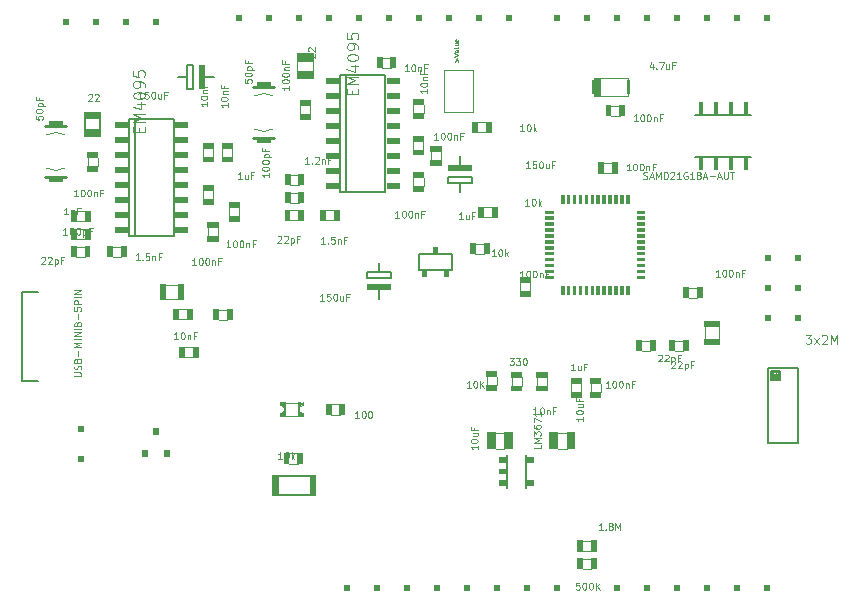
<source format=gbr>
%TF.GenerationSoftware,KiCad,Pcbnew,5.1.6-c6e7f7d~87~ubuntu20.04.1*%
%TF.CreationDate,2020-07-24T19:51:26+01:00*%
%TF.ProjectId,ETAG_GEN3,45544147-5f47-4454-9e33-2e6b69636164,rev?*%
%TF.SameCoordinates,Original*%
%TF.FileFunction,Other,Fab,Top*%
%FSLAX46Y46*%
G04 Gerber Fmt 4.6, Leading zero omitted, Abs format (unit mm)*
G04 Created by KiCad (PCBNEW 5.1.6-c6e7f7d~87~ubuntu20.04.1) date 2020-07-24 19:51:26*
%MOMM*%
%LPD*%
G01*
G04 APERTURE LIST*
%ADD10C,0.100000*%
%ADD11C,0.152400*%
%ADD12C,0.101600*%
%ADD13C,0.127000*%
%ADD14C,0.203200*%
%ADD15C,0.050000*%
%ADD16C,0.254000*%
%ADD17C,0.061772*%
%ADD18C,0.046329*%
%ADD19C,0.077216*%
%ADD20C,0.057912*%
%ADD21C,0.032512*%
G04 APERTURE END LIST*
D10*
%TO.C,ICSP6*%
G36*
X177584100Y-106019600D02*
G01*
X177584100Y-106527600D01*
X178092100Y-106527600D01*
X178092100Y-106019600D01*
X177584100Y-106019600D01*
G37*
G36*
X180124100Y-106019600D02*
G01*
X180124100Y-106527600D01*
X180632100Y-106527600D01*
X180632100Y-106019600D01*
X180124100Y-106019600D01*
G37*
G36*
X177584100Y-103479600D02*
G01*
X177584100Y-103987600D01*
X178092100Y-103987600D01*
X178092100Y-103479600D01*
X177584100Y-103479600D01*
G37*
G36*
X180124100Y-103479600D02*
G01*
X180124100Y-103987600D01*
X180632100Y-103987600D01*
X180632100Y-103479600D01*
X180124100Y-103479600D01*
G37*
G36*
X180124100Y-100939600D02*
G01*
X180124100Y-101447600D01*
X180632100Y-101447600D01*
X180632100Y-100939600D01*
X180124100Y-100939600D01*
G37*
G36*
X177584100Y-100939600D02*
G01*
X177584100Y-101447600D01*
X178092100Y-101447600D01*
X178092100Y-100939600D01*
X177584100Y-100939600D01*
G37*
%TO.C,HDR_IOL1*%
G36*
X160185100Y-80619600D02*
G01*
X159677100Y-80619600D01*
X159677100Y-81127600D01*
X160185100Y-81127600D01*
X160185100Y-80619600D01*
G37*
G36*
X177965100Y-80619600D02*
G01*
X177457100Y-80619600D01*
X177457100Y-81127600D01*
X177965100Y-81127600D01*
X177965100Y-80619600D01*
G37*
G36*
X175425100Y-80619600D02*
G01*
X174917100Y-80619600D01*
X174917100Y-81127600D01*
X175425100Y-81127600D01*
X175425100Y-80619600D01*
G37*
G36*
X172885100Y-80619600D02*
G01*
X172377100Y-80619600D01*
X172377100Y-81127600D01*
X172885100Y-81127600D01*
X172885100Y-80619600D01*
G37*
G36*
X170345100Y-80619600D02*
G01*
X169837100Y-80619600D01*
X169837100Y-81127600D01*
X170345100Y-81127600D01*
X170345100Y-80619600D01*
G37*
G36*
X167805100Y-80619600D02*
G01*
X167297100Y-80619600D01*
X167297100Y-81127600D01*
X167805100Y-81127600D01*
X167805100Y-80619600D01*
G37*
G36*
X165265100Y-80619600D02*
G01*
X164757100Y-80619600D01*
X164757100Y-81127600D01*
X165265100Y-81127600D01*
X165265100Y-80619600D01*
G37*
G36*
X162725100Y-80619600D02*
G01*
X162217100Y-80619600D01*
X162217100Y-81127600D01*
X162725100Y-81127600D01*
X162725100Y-80619600D01*
G37*
%TO.C,HDR_IOH1*%
G36*
X133261100Y-80619600D02*
G01*
X132753100Y-80619600D01*
X132753100Y-81127600D01*
X133261100Y-81127600D01*
X133261100Y-80619600D01*
G37*
G36*
X156121100Y-80619600D02*
G01*
X155613100Y-80619600D01*
X155613100Y-81127600D01*
X156121100Y-81127600D01*
X156121100Y-80619600D01*
G37*
G36*
X153581100Y-80619600D02*
G01*
X153073100Y-80619600D01*
X153073100Y-81127600D01*
X153581100Y-81127600D01*
X153581100Y-80619600D01*
G37*
G36*
X151041100Y-80619600D02*
G01*
X150533100Y-80619600D01*
X150533100Y-81127600D01*
X151041100Y-81127600D01*
X151041100Y-80619600D01*
G37*
G36*
X148501100Y-80619600D02*
G01*
X147993100Y-80619600D01*
X147993100Y-81127600D01*
X148501100Y-81127600D01*
X148501100Y-80619600D01*
G37*
G36*
X145961100Y-80619600D02*
G01*
X145453100Y-80619600D01*
X145453100Y-81127600D01*
X145961100Y-81127600D01*
X145961100Y-80619600D01*
G37*
G36*
X143421100Y-80619600D02*
G01*
X142913100Y-80619600D01*
X142913100Y-81127600D01*
X143421100Y-81127600D01*
X143421100Y-80619600D01*
G37*
G36*
X140881100Y-80619600D02*
G01*
X140373100Y-80619600D01*
X140373100Y-81127600D01*
X140881100Y-81127600D01*
X140881100Y-80619600D01*
G37*
G36*
X138341100Y-80619600D02*
G01*
X137833100Y-80619600D01*
X137833100Y-81127600D01*
X138341100Y-81127600D01*
X138341100Y-80619600D01*
G37*
G36*
X135801100Y-80619600D02*
G01*
X135293100Y-80619600D01*
X135293100Y-81127600D01*
X135801100Y-81127600D01*
X135801100Y-80619600D01*
G37*
%TO.C,HDR_AD1*%
G36*
X164757100Y-129387600D02*
G01*
X165265100Y-129387600D01*
X165265100Y-128879600D01*
X164757100Y-128879600D01*
X164757100Y-129387600D01*
G37*
G36*
X167297100Y-129387600D02*
G01*
X167805100Y-129387600D01*
X167805100Y-128879600D01*
X167297100Y-128879600D01*
X167297100Y-129387600D01*
G37*
G36*
X169837100Y-129387600D02*
G01*
X170345100Y-129387600D01*
X170345100Y-128879600D01*
X169837100Y-128879600D01*
X169837100Y-129387600D01*
G37*
G36*
X172377100Y-129387600D02*
G01*
X172885100Y-129387600D01*
X172885100Y-128879600D01*
X172377100Y-128879600D01*
X172377100Y-129387600D01*
G37*
G36*
X174917100Y-129387600D02*
G01*
X175425100Y-129387600D01*
X175425100Y-128879600D01*
X174917100Y-128879600D01*
X174917100Y-129387600D01*
G37*
G36*
X177457100Y-129387600D02*
G01*
X177965100Y-129387600D01*
X177965100Y-128879600D01*
X177457100Y-128879600D01*
X177457100Y-129387600D01*
G37*
%TO.C,HDR_POWER1*%
G36*
X159677100Y-129387600D02*
G01*
X160185100Y-129387600D01*
X160185100Y-128879600D01*
X159677100Y-128879600D01*
X159677100Y-129387600D01*
G37*
G36*
X141897100Y-129387600D02*
G01*
X142405100Y-129387600D01*
X142405100Y-128879600D01*
X141897100Y-128879600D01*
X141897100Y-129387600D01*
G37*
G36*
X144437100Y-129387600D02*
G01*
X144945100Y-129387600D01*
X144945100Y-128879600D01*
X144437100Y-128879600D01*
X144437100Y-129387600D01*
G37*
G36*
X146977100Y-129387600D02*
G01*
X147485100Y-129387600D01*
X147485100Y-128879600D01*
X146977100Y-128879600D01*
X146977100Y-129387600D01*
G37*
G36*
X149517100Y-129387600D02*
G01*
X150025100Y-129387600D01*
X150025100Y-128879600D01*
X149517100Y-128879600D01*
X149517100Y-129387600D01*
G37*
G36*
X152057100Y-129387600D02*
G01*
X152565100Y-129387600D01*
X152565100Y-128879600D01*
X152057100Y-128879600D01*
X152057100Y-129387600D01*
G37*
G36*
X154597100Y-129387600D02*
G01*
X155105100Y-129387600D01*
X155105100Y-128879600D01*
X154597100Y-128879600D01*
X154597100Y-129387600D01*
G37*
G36*
X157137100Y-129387600D02*
G01*
X157645100Y-129387600D01*
X157645100Y-128879600D01*
X157137100Y-128879600D01*
X157137100Y-129387600D01*
G37*
%TO.C,D1*%
G36*
X138989500Y-121317200D02*
G01*
X139548300Y-121317200D01*
X139548300Y-119590000D01*
X138989500Y-119590000D01*
X138989500Y-121317200D01*
G37*
G36*
X135839900Y-121317200D02*
G01*
X136398700Y-121317200D01*
X136398700Y-119590000D01*
X135839900Y-119590000D01*
X135839900Y-121317200D01*
G37*
D11*
X139014900Y-121241000D02*
X136373300Y-121241000D01*
X139014900Y-119666200D02*
X136373300Y-119666200D01*
D10*
%TO.C,MCU1*%
G36*
X160581100Y-103581800D02*
G01*
X160281100Y-103581800D01*
X160281100Y-104331800D01*
X160581100Y-104331800D01*
X160581100Y-103581800D01*
G37*
G36*
X161081100Y-103581800D02*
G01*
X160781100Y-103581800D01*
X160781100Y-104331800D01*
X161081100Y-104331800D01*
X161081100Y-103581800D01*
G37*
G36*
X161581100Y-103581800D02*
G01*
X161281100Y-103581800D01*
X161281100Y-104331800D01*
X161581100Y-104331800D01*
X161581100Y-103581800D01*
G37*
G36*
X162081100Y-103581800D02*
G01*
X161781100Y-103581800D01*
X161781100Y-104331800D01*
X162081100Y-104331800D01*
X162081100Y-103581800D01*
G37*
G36*
X162581100Y-103581800D02*
G01*
X162281100Y-103581800D01*
X162281100Y-104331800D01*
X162581100Y-104331800D01*
X162581100Y-103581800D01*
G37*
G36*
X163081100Y-103581800D02*
G01*
X162781100Y-103581800D01*
X162781100Y-104331800D01*
X163081100Y-104331800D01*
X163081100Y-103581800D01*
G37*
G36*
X163581100Y-103581800D02*
G01*
X163281100Y-103581800D01*
X163281100Y-104331800D01*
X163581100Y-104331800D01*
X163581100Y-103581800D01*
G37*
G36*
X164081100Y-103581800D02*
G01*
X163781100Y-103581800D01*
X163781100Y-104331800D01*
X164081100Y-104331800D01*
X164081100Y-103581800D01*
G37*
G36*
X164581100Y-103581800D02*
G01*
X164281100Y-103581800D01*
X164281100Y-104331800D01*
X164581100Y-104331800D01*
X164581100Y-103581800D01*
G37*
G36*
X165081100Y-103581800D02*
G01*
X164781100Y-103581800D01*
X164781100Y-104331800D01*
X165081100Y-104331800D01*
X165081100Y-103581800D01*
G37*
G36*
X165581100Y-103581800D02*
G01*
X165281100Y-103581800D01*
X165281100Y-104331800D01*
X165581100Y-104331800D01*
X165581100Y-103581800D01*
G37*
G36*
X166081100Y-103581800D02*
G01*
X165781100Y-103581800D01*
X165781100Y-104331800D01*
X166081100Y-104331800D01*
X166081100Y-103581800D01*
G37*
G36*
X159681100Y-102681800D02*
G01*
X158931100Y-102681800D01*
X158931100Y-102981800D01*
X159681100Y-102981800D01*
X159681100Y-102681800D01*
G37*
G36*
X159681100Y-102181800D02*
G01*
X158931100Y-102181800D01*
X158931100Y-102481800D01*
X159681100Y-102481800D01*
X159681100Y-102181800D01*
G37*
G36*
X159681100Y-101681800D02*
G01*
X158931100Y-101681800D01*
X158931100Y-101981800D01*
X159681100Y-101981800D01*
X159681100Y-101681800D01*
G37*
G36*
X159681100Y-101181800D02*
G01*
X158931100Y-101181800D01*
X158931100Y-101481800D01*
X159681100Y-101481800D01*
X159681100Y-101181800D01*
G37*
G36*
X159681100Y-100681800D02*
G01*
X158931100Y-100681800D01*
X158931100Y-100981800D01*
X159681100Y-100981800D01*
X159681100Y-100681800D01*
G37*
G36*
X159681100Y-100181800D02*
G01*
X158931100Y-100181800D01*
X158931100Y-100481800D01*
X159681100Y-100481800D01*
X159681100Y-100181800D01*
G37*
G36*
X159681100Y-99681800D02*
G01*
X158931100Y-99681800D01*
X158931100Y-99981800D01*
X159681100Y-99981800D01*
X159681100Y-99681800D01*
G37*
G36*
X159681100Y-99181800D02*
G01*
X158931100Y-99181800D01*
X158931100Y-99481800D01*
X159681100Y-99481800D01*
X159681100Y-99181800D01*
G37*
G36*
X159681100Y-98681800D02*
G01*
X158931100Y-98681800D01*
X158931100Y-98981800D01*
X159681100Y-98981800D01*
X159681100Y-98681800D01*
G37*
G36*
X159681100Y-97681800D02*
G01*
X158931100Y-97681800D01*
X158931100Y-97981800D01*
X159681100Y-97981800D01*
X159681100Y-97681800D01*
G37*
G36*
X159681100Y-97181800D02*
G01*
X158931100Y-97181800D01*
X158931100Y-97481800D01*
X159681100Y-97481800D01*
X159681100Y-97181800D01*
G37*
G36*
X159681100Y-98181800D02*
G01*
X158931100Y-98181800D01*
X158931100Y-98481800D01*
X159681100Y-98481800D01*
X159681100Y-98181800D01*
G37*
G36*
X160581100Y-95831800D02*
G01*
X160281100Y-95831800D01*
X160281100Y-96581800D01*
X160581100Y-96581800D01*
X160581100Y-95831800D01*
G37*
G36*
X161081100Y-95831800D02*
G01*
X160781100Y-95831800D01*
X160781100Y-96581800D01*
X161081100Y-96581800D01*
X161081100Y-95831800D01*
G37*
G36*
X161581100Y-95831800D02*
G01*
X161281100Y-95831800D01*
X161281100Y-96581800D01*
X161581100Y-96581800D01*
X161581100Y-95831800D01*
G37*
G36*
X162081100Y-95831800D02*
G01*
X161781100Y-95831800D01*
X161781100Y-96581800D01*
X162081100Y-96581800D01*
X162081100Y-95831800D01*
G37*
G36*
X162581100Y-95831800D02*
G01*
X162281100Y-95831800D01*
X162281100Y-96581800D01*
X162581100Y-96581800D01*
X162581100Y-95831800D01*
G37*
G36*
X163581100Y-95831800D02*
G01*
X163281100Y-95831800D01*
X163281100Y-96581800D01*
X163581100Y-96581800D01*
X163581100Y-95831800D01*
G37*
G36*
X163081100Y-95831800D02*
G01*
X162781100Y-95831800D01*
X162781100Y-96581800D01*
X163081100Y-96581800D01*
X163081100Y-95831800D01*
G37*
G36*
X164081100Y-95831800D02*
G01*
X163781100Y-95831800D01*
X163781100Y-96581800D01*
X164081100Y-96581800D01*
X164081100Y-95831800D01*
G37*
G36*
X164581100Y-95831800D02*
G01*
X164281100Y-95831800D01*
X164281100Y-96581800D01*
X164581100Y-96581800D01*
X164581100Y-95831800D01*
G37*
G36*
X165081100Y-95831800D02*
G01*
X164781100Y-95831800D01*
X164781100Y-96581800D01*
X165081100Y-96581800D01*
X165081100Y-95831800D01*
G37*
G36*
X165581100Y-95831800D02*
G01*
X165281100Y-95831800D01*
X165281100Y-96581800D01*
X165581100Y-96581800D01*
X165581100Y-95831800D01*
G37*
G36*
X166081100Y-95831800D02*
G01*
X165781100Y-95831800D01*
X165781100Y-96581800D01*
X166081100Y-96581800D01*
X166081100Y-95831800D01*
G37*
G36*
X167431100Y-97181800D02*
G01*
X166681100Y-97181800D01*
X166681100Y-97481800D01*
X167431100Y-97481800D01*
X167431100Y-97181800D01*
G37*
G36*
X167431100Y-97181800D02*
G01*
X166681100Y-97181800D01*
X166681100Y-97481800D01*
X167431100Y-97481800D01*
X167431100Y-97181800D01*
G37*
G36*
X167431100Y-97681800D02*
G01*
X166681100Y-97681800D01*
X166681100Y-97981800D01*
X167431100Y-97981800D01*
X167431100Y-97681800D01*
G37*
G36*
X167431100Y-98181800D02*
G01*
X166681100Y-98181800D01*
X166681100Y-98481800D01*
X167431100Y-98481800D01*
X167431100Y-98181800D01*
G37*
G36*
X167431100Y-98681800D02*
G01*
X166681100Y-98681800D01*
X166681100Y-98981800D01*
X167431100Y-98981800D01*
X167431100Y-98681800D01*
G37*
G36*
X167431100Y-99181800D02*
G01*
X166681100Y-99181800D01*
X166681100Y-99481800D01*
X167431100Y-99481800D01*
X167431100Y-99181800D01*
G37*
G36*
X167431100Y-99681800D02*
G01*
X166681100Y-99681800D01*
X166681100Y-99981800D01*
X167431100Y-99981800D01*
X167431100Y-99681800D01*
G37*
G36*
X167431100Y-100181800D02*
G01*
X166681100Y-100181800D01*
X166681100Y-100481800D01*
X167431100Y-100481800D01*
X167431100Y-100181800D01*
G37*
G36*
X167431100Y-100681800D02*
G01*
X166681100Y-100681800D01*
X166681100Y-100981800D01*
X167431100Y-100981800D01*
X167431100Y-100681800D01*
G37*
G36*
X167431100Y-101181800D02*
G01*
X166681100Y-101181800D01*
X166681100Y-101481800D01*
X167431100Y-101481800D01*
X167431100Y-101181800D01*
G37*
G36*
X167431100Y-101681800D02*
G01*
X166681100Y-101681800D01*
X166681100Y-101981800D01*
X167431100Y-101981800D01*
X167431100Y-101681800D01*
G37*
G36*
X167431100Y-102181800D02*
G01*
X166681100Y-102181800D01*
X166681100Y-102481800D01*
X167431100Y-102481800D01*
X167431100Y-102181800D01*
G37*
G36*
X167431100Y-102681800D02*
G01*
X166681100Y-102681800D01*
X166681100Y-102981800D01*
X167431100Y-102981800D01*
X167431100Y-102681800D01*
G37*
%TO.C,C11*%
G36*
X161109800Y-112547400D02*
G01*
X161109800Y-113047500D01*
X162059800Y-113047500D01*
X162059800Y-112547400D01*
X161109800Y-112547400D01*
G37*
G36*
X161109800Y-111379000D02*
G01*
X161109800Y-111879100D01*
X162059800Y-111879100D01*
X162059800Y-111379000D01*
X161109800Y-111379000D01*
G37*
D12*
X161160700Y-111861200D02*
X161160700Y-112573200D01*
X162011700Y-111861200D02*
X162011700Y-112573200D01*
D10*
%TO.C,C5*%
G36*
X157749300Y-103292800D02*
G01*
X157749300Y-102792700D01*
X156799300Y-102792700D01*
X156799300Y-103292800D01*
X157749300Y-103292800D01*
G37*
G36*
X157749300Y-104461200D02*
G01*
X157749300Y-103961100D01*
X156799300Y-103961100D01*
X156799300Y-104461200D01*
X157749300Y-104461200D01*
G37*
D12*
X157698400Y-103979000D02*
X157698400Y-103267000D01*
X156847400Y-103979000D02*
X156847400Y-103267000D01*
D10*
%TO.C,C6*%
G36*
X171125100Y-103665900D02*
G01*
X170625000Y-103665900D01*
X170625000Y-104615900D01*
X171125100Y-104615900D01*
X171125100Y-103665900D01*
G37*
G36*
X172293500Y-103665900D02*
G01*
X171793400Y-103665900D01*
X171793400Y-104615900D01*
X172293500Y-104615900D01*
X172293500Y-103665900D01*
G37*
D12*
X171811300Y-103716800D02*
X171099300Y-103716800D01*
X171811300Y-104567800D02*
X171099300Y-104567800D01*
D10*
%TO.C,C9*%
G36*
X167141900Y-108144700D02*
G01*
X166641800Y-108144700D01*
X166641800Y-109094700D01*
X167141900Y-109094700D01*
X167141900Y-108144700D01*
G37*
G36*
X168310300Y-108144700D02*
G01*
X167810200Y-108144700D01*
X167810200Y-109094700D01*
X168310300Y-109094700D01*
X168310300Y-108144700D01*
G37*
D12*
X167828100Y-108195600D02*
X167116100Y-108195600D01*
X167828100Y-109046600D02*
X167116100Y-109046600D01*
D10*
%TO.C,C10*%
G36*
X170600300Y-109084500D02*
G01*
X171100400Y-109084500D01*
X171100400Y-108134500D01*
X170600300Y-108134500D01*
X170600300Y-109084500D01*
G37*
G36*
X169431900Y-109084500D02*
G01*
X169932000Y-109084500D01*
X169932000Y-108134500D01*
X169431900Y-108134500D01*
X169431900Y-109084500D01*
G37*
D12*
X169914100Y-109033600D02*
X170626100Y-109033600D01*
X169914100Y-108182600D02*
X170626100Y-108182600D01*
D10*
%TO.C,LED1*%
G36*
X138423100Y-113398600D02*
G01*
X138423100Y-113723600D01*
X138498100Y-113723600D01*
X138498100Y-113398600D01*
X138423100Y-113398600D01*
G37*
G36*
X137998100Y-113423600D02*
G01*
X137998100Y-113723600D01*
X138298100Y-113723600D01*
X138298100Y-113423600D01*
X137998100Y-113423600D01*
G37*
G36*
X136823100Y-113823600D02*
G01*
X136823100Y-114223600D01*
X136998100Y-114223600D01*
X136998100Y-113823600D01*
X136823100Y-113823600D01*
G37*
G36*
X136748100Y-113698600D02*
G01*
X136748100Y-113848600D01*
X136998100Y-113848600D01*
X136998100Y-113698600D01*
X136748100Y-113698600D01*
G37*
G36*
X136748100Y-114198600D02*
G01*
X136748100Y-114348600D01*
X136998100Y-114348600D01*
X136998100Y-114198600D01*
X136748100Y-114198600D01*
G37*
G36*
X136498100Y-113398600D02*
G01*
X136498100Y-113723600D01*
X136998100Y-113723600D01*
X136998100Y-113398600D01*
X136498100Y-113398600D01*
G37*
G36*
X136498100Y-114323600D02*
G01*
X136498100Y-114648600D01*
X136998100Y-114648600D01*
X136998100Y-114323600D01*
X136498100Y-114323600D01*
G37*
G36*
X137998100Y-113823600D02*
G01*
X137998100Y-114223600D01*
X138173100Y-114223600D01*
X138173100Y-113823600D01*
X137998100Y-113823600D01*
G37*
G36*
X137998100Y-114198600D02*
G01*
X137998100Y-114348600D01*
X138248100Y-114348600D01*
X138248100Y-114198600D01*
X137998100Y-114198600D01*
G37*
G36*
X137998100Y-113698600D02*
G01*
X137998100Y-113848600D01*
X138248100Y-113848600D01*
X138248100Y-113698600D01*
X137998100Y-113698600D01*
G37*
G36*
X137998100Y-114323600D02*
G01*
X137998100Y-114648600D01*
X138498100Y-114648600D01*
X138498100Y-114323600D01*
X137998100Y-114323600D01*
G37*
D12*
X136998100Y-113448600D02*
X138423100Y-113448600D01*
X138023100Y-114598600D02*
X136973100Y-114598600D01*
X136573102Y-114373600D02*
G75*
G03*
X136573100Y-113673600I-54201J350000D01*
G01*
X138423098Y-114373600D02*
G75*
G02*
X138423100Y-113673600I54201J350000D01*
G01*
X138451100Y-113573600D02*
G75*
G03*
X138451100Y-113573600I-103000J0D01*
G01*
D10*
%TO.C,RP_SCL1*%
G36*
X153791900Y-96850700D02*
G01*
X153291800Y-96850700D01*
X153291800Y-97800700D01*
X153791900Y-97800700D01*
X153791900Y-96850700D01*
G37*
G36*
X154960300Y-96850700D02*
G01*
X154460200Y-96850700D01*
X154460200Y-97800700D01*
X154960300Y-97800700D01*
X154960300Y-96850700D01*
G37*
D12*
X154478100Y-96901600D02*
X153766100Y-96901600D01*
X154478100Y-97752600D02*
X153766100Y-97752600D01*
D10*
%TO.C,RP_SDA1*%
G36*
X153066900Y-99922700D02*
G01*
X152566800Y-99922700D01*
X152566800Y-100872700D01*
X153066900Y-100872700D01*
X153066900Y-99922700D01*
G37*
G36*
X154235300Y-99922700D02*
G01*
X153735200Y-99922700D01*
X153735200Y-100872700D01*
X154235300Y-100872700D01*
X154235300Y-99922700D01*
G37*
D12*
X153753100Y-99973600D02*
X153041100Y-99973600D01*
X153753100Y-100824600D02*
X153041100Y-100824600D01*
D10*
%TO.C,C7*%
G36*
X128606500Y-106432100D02*
G01*
X129106600Y-106432100D01*
X129106600Y-105482100D01*
X128606500Y-105482100D01*
X128606500Y-106432100D01*
G37*
G36*
X127438100Y-106432100D02*
G01*
X127938200Y-106432100D01*
X127938200Y-105482100D01*
X127438100Y-105482100D01*
X127438100Y-106432100D01*
G37*
D12*
X127920300Y-106381200D02*
X128632300Y-106381200D01*
X127920300Y-105530200D02*
X128632300Y-105530200D01*
D10*
%TO.C,C1*%
G36*
X162733600Y-112521000D02*
G01*
X162733600Y-113021100D01*
X163683600Y-113021100D01*
X163683600Y-112521000D01*
X162733600Y-112521000D01*
G37*
G36*
X162733600Y-111352600D02*
G01*
X162733600Y-111852700D01*
X163683600Y-111852700D01*
X163683600Y-111352600D01*
X162733600Y-111352600D01*
G37*
D12*
X162784500Y-111834800D02*
X162784500Y-112546800D01*
X163635500Y-111834800D02*
X163635500Y-112546800D01*
D10*
%TO.C,R4*%
G36*
X137292900Y-117694700D02*
G01*
X136792800Y-117694700D01*
X136792800Y-118644700D01*
X137292900Y-118644700D01*
X137292900Y-117694700D01*
G37*
G36*
X138461300Y-117694700D02*
G01*
X137961200Y-117694700D01*
X137961200Y-118644700D01*
X138461300Y-118644700D01*
X138461300Y-117694700D01*
G37*
D12*
X137979100Y-117745600D02*
X137267100Y-117745600D01*
X137979100Y-118596600D02*
X137267100Y-118596600D01*
D10*
%TO.C,C2*%
G36*
X164615300Y-94047500D02*
G01*
X165115400Y-94047500D01*
X165115400Y-93097500D01*
X164615300Y-93097500D01*
X164615300Y-94047500D01*
G37*
G36*
X163446900Y-94047500D02*
G01*
X163947000Y-94047500D01*
X163947000Y-93097500D01*
X163446900Y-93097500D01*
X163446900Y-94047500D01*
G37*
D12*
X163929100Y-93996600D02*
X164641100Y-93996600D01*
X163929100Y-93145600D02*
X164641100Y-93145600D01*
D10*
%TO.C,C3*%
G36*
X165222300Y-89188500D02*
G01*
X165722400Y-89188500D01*
X165722400Y-88238500D01*
X165222300Y-88238500D01*
X165222300Y-89188500D01*
G37*
G36*
X164053900Y-89188500D02*
G01*
X164554000Y-89188500D01*
X164554000Y-88238500D01*
X164053900Y-88238500D01*
X164053900Y-89188500D01*
G37*
D12*
X164536100Y-89137600D02*
X165248100Y-89137600D01*
X164536100Y-88286600D02*
X165248100Y-88286600D01*
D10*
%TO.C,CREF1*%
G36*
X163034100Y-87485600D02*
G01*
X163684100Y-87485600D01*
X163684100Y-85985600D01*
X163034100Y-85985600D01*
X163034100Y-87485600D01*
G37*
G36*
X166084100Y-86135600D02*
G01*
X165884100Y-86135600D01*
X165884100Y-87335600D01*
X166084100Y-87335600D01*
X166084100Y-86135600D01*
G37*
G36*
X162884100Y-87335600D02*
G01*
X163084100Y-87335600D01*
X163084100Y-86135600D01*
X162884100Y-86135600D01*
X162884100Y-87335600D01*
G37*
D12*
X163034100Y-87485600D02*
X163034100Y-85985600D01*
X165934100Y-87485600D02*
X163034100Y-87485600D01*
X165934100Y-85985600D02*
X165934100Y-87485600D01*
X163034100Y-85985600D02*
X165934100Y-85985600D01*
D10*
%TO.C,R2*%
G36*
X156067200Y-111992800D02*
G01*
X156067200Y-112492900D01*
X157017200Y-112492900D01*
X157017200Y-111992800D01*
X156067200Y-111992800D01*
G37*
G36*
X156067200Y-110824400D02*
G01*
X156067200Y-111324500D01*
X157017200Y-111324500D01*
X157017200Y-110824400D01*
X156067200Y-110824400D01*
G37*
D12*
X156118100Y-111306600D02*
X156118100Y-112018600D01*
X156969100Y-111306600D02*
X156969100Y-112018600D01*
D10*
%TO.C,C8*%
G36*
X158191200Y-111992800D02*
G01*
X158191200Y-112492900D01*
X159141200Y-112492900D01*
X159141200Y-111992800D01*
X158191200Y-111992800D01*
G37*
G36*
X158191200Y-110824400D02*
G01*
X158191200Y-111324500D01*
X159141200Y-111324500D01*
X159141200Y-110824400D01*
X158191200Y-110824400D01*
G37*
D12*
X158242100Y-111306600D02*
X158242100Y-112018600D01*
X159093100Y-111306600D02*
X159093100Y-112018600D01*
D13*
%TO.C,ICSP10*%
X178473100Y-111006600D02*
X178473100Y-111260600D01*
X178600100Y-111006600D02*
X178473100Y-111006600D01*
X178600100Y-111260600D02*
X178600100Y-111006600D01*
X178473100Y-111260600D02*
X178600100Y-111260600D01*
X178346100Y-111260600D02*
X178473100Y-111260600D01*
X178346100Y-111006600D02*
X178346100Y-111260600D01*
X178727100Y-110879600D02*
X178219100Y-110879600D01*
X178727100Y-111387600D02*
X178727100Y-110879600D01*
X178219100Y-111387600D02*
X178727100Y-111387600D01*
X178219100Y-110879600D02*
X178219100Y-111387600D01*
X178092100Y-111514600D02*
X178092100Y-110752600D01*
X178854100Y-111514600D02*
X178092100Y-111514600D01*
X178854100Y-110752600D02*
X178854100Y-111514600D01*
X178092100Y-110752600D02*
X178854100Y-110752600D01*
X177838100Y-116848600D02*
X177838100Y-110498600D01*
X180378100Y-116848600D02*
X177838100Y-116848600D01*
X180378100Y-110498600D02*
X180378100Y-116848600D01*
X177838100Y-110498600D02*
X180378100Y-110498600D01*
D10*
%TO.C,R1*%
G36*
X141527300Y-114498500D02*
G01*
X142027400Y-114498500D01*
X142027400Y-113548500D01*
X141527300Y-113548500D01*
X141527300Y-114498500D01*
G37*
G36*
X140358900Y-114498500D02*
G01*
X140859000Y-114498500D01*
X140859000Y-113548500D01*
X140358900Y-113548500D01*
X140358900Y-114498500D01*
G37*
D12*
X140841100Y-114447600D02*
X141553100Y-114447600D01*
X140841100Y-113596600D02*
X141553100Y-113596600D01*
D10*
%TO.C,RP_INT1*%
G36*
X153268900Y-89641700D02*
G01*
X152768800Y-89641700D01*
X152768800Y-90591700D01*
X153268900Y-90591700D01*
X153268900Y-89641700D01*
G37*
G36*
X154437300Y-89641700D02*
G01*
X153937200Y-89641700D01*
X153937200Y-90591700D01*
X154437300Y-90591700D01*
X154437300Y-89641700D01*
G37*
D12*
X153955100Y-89692600D02*
X153243100Y-89692600D01*
X153955100Y-90543600D02*
X153243100Y-90543600D01*
D14*
%TO.C,USB1*%
X114615100Y-104035600D02*
X116015100Y-104035600D01*
X114615100Y-111635600D02*
X116015100Y-111635600D01*
X114615100Y-104035600D02*
X114615100Y-111635600D01*
D10*
%TO.C,VDIV2*%
G36*
X162127900Y-125110700D02*
G01*
X161627800Y-125110700D01*
X161627800Y-126060700D01*
X162127900Y-126060700D01*
X162127900Y-125110700D01*
G37*
G36*
X163296300Y-125110700D02*
G01*
X162796200Y-125110700D01*
X162796200Y-126060700D01*
X163296300Y-126060700D01*
X163296300Y-125110700D01*
G37*
D12*
X162814100Y-125161600D02*
X162102100Y-125161600D01*
X162814100Y-126012600D02*
X162102100Y-126012600D01*
D10*
%TO.C,VDIV1*%
G36*
X162821300Y-127541500D02*
G01*
X163321400Y-127541500D01*
X163321400Y-126591500D01*
X162821300Y-126591500D01*
X162821300Y-127541500D01*
G37*
G36*
X161652900Y-127541500D02*
G01*
X162153000Y-127541500D01*
X162153000Y-126591500D01*
X161652900Y-126591500D01*
X161652900Y-127541500D01*
G37*
D12*
X162135100Y-127490600D02*
X162847100Y-127490600D01*
X162135100Y-126639600D02*
X162847100Y-126639600D01*
D10*
%TO.C,T_SD1*%
G36*
X148486700Y-102842000D02*
G01*
X148943900Y-102842000D01*
X148943900Y-102257800D01*
X148486700Y-102257800D01*
X148486700Y-102842000D01*
G37*
G36*
X150366300Y-102842000D02*
G01*
X150823500Y-102842000D01*
X150823500Y-102257800D01*
X150366300Y-102257800D01*
X150366300Y-102842000D01*
G37*
G36*
X149426500Y-100835400D02*
G01*
X149883700Y-100835400D01*
X149883700Y-100251200D01*
X149426500Y-100251200D01*
X149426500Y-100835400D01*
G37*
D11*
X148232700Y-100886200D02*
X151077500Y-100886200D01*
X148232700Y-102207000D02*
X148232700Y-100886200D01*
X151077500Y-102207000D02*
X148232700Y-102207000D01*
X151077500Y-100886200D02*
X151077500Y-102207000D01*
D10*
%TO.C,MEM1*%
G36*
X175755300Y-89009400D02*
G01*
X176110900Y-89009400D01*
X176110900Y-87993400D01*
X175755300Y-87993400D01*
X175755300Y-89009400D01*
G37*
G36*
X174485300Y-89009400D02*
G01*
X174840900Y-89009400D01*
X174840900Y-87993400D01*
X174485300Y-87993400D01*
X174485300Y-89009400D01*
G37*
G36*
X173215300Y-89009400D02*
G01*
X173570900Y-89009400D01*
X173570900Y-87993400D01*
X173215300Y-87993400D01*
X173215300Y-89009400D01*
G37*
G36*
X171945300Y-89009400D02*
G01*
X172300900Y-89009400D01*
X172300900Y-87993400D01*
X171945300Y-87993400D01*
X171945300Y-89009400D01*
G37*
G36*
X175755300Y-93733800D02*
G01*
X176110900Y-93733800D01*
X176110900Y-92717800D01*
X175755300Y-92717800D01*
X175755300Y-93733800D01*
G37*
G36*
X174485300Y-93733800D02*
G01*
X174840900Y-93733800D01*
X174840900Y-92717800D01*
X174485300Y-92717800D01*
X174485300Y-93733800D01*
G37*
G36*
X173215300Y-93733800D02*
G01*
X173570900Y-93733800D01*
X173570900Y-92717800D01*
X173215300Y-92717800D01*
X173215300Y-93733800D01*
G37*
G36*
X171945300Y-93733800D02*
G01*
X172300900Y-93733800D01*
X172300900Y-92717800D01*
X171945300Y-92717800D01*
X171945300Y-93733800D01*
G37*
D11*
X176390100Y-89060600D02*
X171666100Y-89060600D01*
X171666100Y-92666600D02*
X176390100Y-92666600D01*
D10*
%TO.C,Q1*%
G36*
X126228100Y-115584600D02*
G01*
X125753100Y-115584600D01*
X125753100Y-116181200D01*
X126228100Y-116181200D01*
X126228100Y-115584600D01*
G37*
G36*
X126678100Y-118084600D02*
G01*
X127178100Y-118084600D01*
X127178100Y-117488000D01*
X126678100Y-117488000D01*
X126678100Y-118084600D01*
G37*
G36*
X124828100Y-118084600D02*
G01*
X125328100Y-118084600D01*
X125328100Y-117488000D01*
X124828100Y-117488000D01*
X124828100Y-118084600D01*
G37*
%TO.C,C5V1*%
G36*
X155466700Y-117397500D02*
G01*
X156216800Y-117397500D01*
X156216800Y-115947400D01*
X155466700Y-115947400D01*
X155466700Y-117397500D01*
G37*
G36*
X154018900Y-117397500D02*
G01*
X154769000Y-117397500D01*
X154769000Y-115947400D01*
X154018900Y-115947400D01*
X154018900Y-117397500D01*
G37*
D12*
X154755100Y-117333600D02*
X155492100Y-117333600D01*
X154730100Y-116013600D02*
X155492100Y-116013600D01*
D10*
%TO.C,C3.3V1*%
G36*
X160055500Y-115949700D02*
G01*
X159305400Y-115949700D01*
X159305400Y-117399800D01*
X160055500Y-117399800D01*
X160055500Y-115949700D01*
G37*
G36*
X161503300Y-115949700D02*
G01*
X160753200Y-115949700D01*
X160753200Y-117399800D01*
X161503300Y-117399800D01*
X161503300Y-115949700D01*
G37*
D12*
X160767100Y-116013600D02*
X160030100Y-116013600D01*
X160792100Y-117333600D02*
X160030100Y-117333600D01*
D10*
%TO.C,RFA1*%
G36*
X145511100Y-85983500D02*
G01*
X145511100Y-86473700D01*
X146611200Y-86473700D01*
X146611200Y-85983500D01*
X145511100Y-85983500D01*
G37*
G36*
X145511100Y-87253500D02*
G01*
X145511100Y-87743700D01*
X146611200Y-87743700D01*
X146611200Y-87253500D01*
X145511100Y-87253500D01*
G37*
G36*
X145511100Y-93603500D02*
G01*
X145511100Y-94093700D01*
X146611200Y-94093700D01*
X146611200Y-93603500D01*
X145511100Y-93603500D01*
G37*
G36*
X145511100Y-94873500D02*
G01*
X145511100Y-95363700D01*
X146611200Y-95363700D01*
X146611200Y-94873500D01*
X145511100Y-94873500D01*
G37*
G36*
X140411000Y-94873500D02*
G01*
X140411000Y-95363700D01*
X141511100Y-95363700D01*
X141511100Y-94873500D01*
X140411000Y-94873500D01*
G37*
G36*
X140411000Y-93603500D02*
G01*
X140411000Y-94093700D01*
X141511100Y-94093700D01*
X141511100Y-93603500D01*
X140411000Y-93603500D01*
G37*
G36*
X140411000Y-92333500D02*
G01*
X140411000Y-92823700D01*
X141511100Y-92823700D01*
X141511100Y-92333500D01*
X140411000Y-92333500D01*
G37*
G36*
X140411000Y-91063500D02*
G01*
X140411000Y-91553700D01*
X141511100Y-91553700D01*
X141511100Y-91063500D01*
X140411000Y-91063500D01*
G37*
G36*
X145511100Y-88523500D02*
G01*
X145511100Y-89013700D01*
X146611200Y-89013700D01*
X146611200Y-88523500D01*
X145511100Y-88523500D01*
G37*
G36*
X145511100Y-89793500D02*
G01*
X145511100Y-90283700D01*
X146611200Y-90283700D01*
X146611200Y-89793500D01*
X145511100Y-89793500D01*
G37*
G36*
X145511100Y-91063500D02*
G01*
X145511100Y-91553700D01*
X146611200Y-91553700D01*
X146611200Y-91063500D01*
X145511100Y-91063500D01*
G37*
G36*
X145511100Y-92333500D02*
G01*
X145511100Y-92823700D01*
X146611200Y-92823700D01*
X146611200Y-92333500D01*
X145511100Y-92333500D01*
G37*
G36*
X140411000Y-89793500D02*
G01*
X140411000Y-90283700D01*
X141511100Y-90283700D01*
X141511100Y-89793500D01*
X140411000Y-89793500D01*
G37*
G36*
X140411000Y-88523500D02*
G01*
X140411000Y-89013700D01*
X141511100Y-89013700D01*
X141511100Y-88523500D01*
X140411000Y-88523500D01*
G37*
G36*
X140411000Y-87253500D02*
G01*
X140411000Y-87743700D01*
X141511100Y-87743700D01*
X141511100Y-87253500D01*
X140411000Y-87253500D01*
G37*
G36*
X140411000Y-85983500D02*
G01*
X140411000Y-86473700D01*
X141511100Y-86473700D01*
X141511100Y-85983500D01*
X140411000Y-85983500D01*
G37*
D14*
X142111100Y-95613600D02*
X141611100Y-95613600D01*
X145411100Y-95613600D02*
X142111100Y-95613600D01*
X142111100Y-95613600D02*
X142111100Y-85733600D01*
X145411100Y-85733600D02*
X145411100Y-95613600D01*
X142111100Y-85733600D02*
X145411100Y-85733600D01*
X141611100Y-85733600D02*
X142111100Y-85733600D01*
X141611100Y-95613600D02*
X141611100Y-85733600D01*
D10*
%TO.C,CFCAPA1*%
G36*
X145841300Y-85143500D02*
G01*
X146341400Y-85143500D01*
X146341400Y-84193500D01*
X145841300Y-84193500D01*
X145841300Y-85143500D01*
G37*
G36*
X144672900Y-85143500D02*
G01*
X145173000Y-85143500D01*
X145173000Y-84193500D01*
X144672900Y-84193500D01*
X144672900Y-85143500D01*
G37*
D12*
X145155100Y-85092600D02*
X145867100Y-85092600D01*
X145155100Y-84241600D02*
X145867100Y-84241600D01*
D10*
%TO.C,CDC2*%
G36*
X147741200Y-88903800D02*
G01*
X147741200Y-89403900D01*
X148691200Y-89403900D01*
X148691200Y-88903800D01*
X147741200Y-88903800D01*
G37*
G36*
X147741200Y-87735400D02*
G01*
X147741200Y-88235500D01*
X148691200Y-88235500D01*
X148691200Y-87735400D01*
X147741200Y-87735400D01*
G37*
D12*
X147792100Y-88217600D02*
X147792100Y-88929600D01*
X148643100Y-88217600D02*
X148643100Y-88929600D01*
D10*
%TO.C,CDECA1*%
G36*
X147741200Y-95103800D02*
G01*
X147741200Y-95603900D01*
X148691200Y-95603900D01*
X148691200Y-95103800D01*
X147741200Y-95103800D01*
G37*
G36*
X147741200Y-93935400D02*
G01*
X147741200Y-94435500D01*
X148691200Y-94435500D01*
X148691200Y-93935400D01*
X147741200Y-93935400D01*
G37*
D12*
X147792100Y-94417600D02*
X147792100Y-95129600D01*
X148643100Y-94417600D02*
X148643100Y-95129600D01*
D10*
%TO.C,CAGNDA1*%
G36*
X148681000Y-91343400D02*
G01*
X148681000Y-90843300D01*
X147731000Y-90843300D01*
X147731000Y-91343400D01*
X148681000Y-91343400D01*
G37*
G36*
X148681000Y-92511800D02*
G01*
X148681000Y-92011700D01*
X147731000Y-92011700D01*
X147731000Y-92511800D01*
X148681000Y-92511800D01*
G37*
D12*
X148630100Y-92029600D02*
X148630100Y-91317600D01*
X147779100Y-92029600D02*
X147779100Y-91317600D01*
D10*
%TO.C,CRES1A1*%
G36*
X137380900Y-94103700D02*
G01*
X136880800Y-94103700D01*
X136880800Y-95053700D01*
X137380900Y-95053700D01*
X137380900Y-94103700D01*
G37*
G36*
X138549300Y-94103700D02*
G01*
X138049200Y-94103700D01*
X138049200Y-95053700D01*
X138549300Y-95053700D01*
X138549300Y-94103700D01*
G37*
D12*
X138067100Y-94154600D02*
X137355100Y-94154600D01*
X138067100Y-95005600D02*
X137355100Y-95005600D01*
D10*
%TO.C,CDIV1A1*%
G36*
X138041300Y-98043500D02*
G01*
X138541400Y-98043500D01*
X138541400Y-97093500D01*
X138041300Y-97093500D01*
X138041300Y-98043500D01*
G37*
G36*
X136872900Y-98043500D02*
G01*
X137373000Y-98043500D01*
X137373000Y-97093500D01*
X136872900Y-97093500D01*
X136872900Y-98043500D01*
G37*
D12*
X137355100Y-97992600D02*
X138067100Y-97992600D01*
X137355100Y-97141600D02*
X138067100Y-97141600D01*
D10*
%TO.C,CDIV2A1*%
G36*
X141041300Y-98043500D02*
G01*
X141541400Y-98043500D01*
X141541400Y-97093500D01*
X141041300Y-97093500D01*
X141041300Y-98043500D01*
G37*
G36*
X139872900Y-98043500D02*
G01*
X140373000Y-98043500D01*
X140373000Y-97093500D01*
X139872900Y-97093500D01*
X139872900Y-98043500D01*
G37*
D12*
X140355100Y-97992600D02*
X141067100Y-97992600D01*
X140355100Y-97141600D02*
X141067100Y-97141600D01*
D10*
%TO.C,RAA1*%
G36*
X137887200Y-85329200D02*
G01*
X137887200Y-86079300D01*
X139337300Y-86079300D01*
X139337300Y-85329200D01*
X137887200Y-85329200D01*
G37*
G36*
X137887200Y-83881400D02*
G01*
X137887200Y-84631500D01*
X139337300Y-84631500D01*
X139337300Y-83881400D01*
X137887200Y-83881400D01*
G37*
D12*
X137951100Y-84617600D02*
X137951100Y-85354600D01*
X139271100Y-84592600D02*
X139271100Y-85354600D01*
D10*
%TO.C,CBLKA1*%
G36*
X150181000Y-92243400D02*
G01*
X150181000Y-91743300D01*
X149231000Y-91743300D01*
X149231000Y-92243400D01*
X150181000Y-92243400D01*
G37*
G36*
X150181000Y-93411800D02*
G01*
X150181000Y-92911700D01*
X149231000Y-92911700D01*
X149231000Y-93411800D01*
X150181000Y-93411800D01*
G37*
D12*
X150130100Y-92929600D02*
X150130100Y-92217600D01*
X149279100Y-92929600D02*
X149279100Y-92217600D01*
D10*
%TO.C,CE2*%
G36*
X152727100Y-93819600D02*
G01*
X152727100Y-93311600D01*
X150695100Y-93311600D01*
X150695100Y-93819600D01*
X152727100Y-93819600D01*
G37*
D11*
X151711100Y-93438600D02*
X151711100Y-92549600D01*
X150695100Y-94835600D02*
X151711100Y-94835600D01*
X150695100Y-94327600D02*
X150695100Y-94835600D01*
X152727100Y-94327600D02*
X150695100Y-94327600D01*
X152727100Y-94835600D02*
X152727100Y-94327600D01*
X151711100Y-94835600D02*
X152727100Y-94835600D01*
X151711100Y-95597600D02*
X151711100Y-94835600D01*
D15*
%TO.C,RTC1*%
X152811100Y-88873600D02*
X150411100Y-88873600D01*
X152811100Y-85273600D02*
X152811100Y-88873600D01*
X150411100Y-85273600D02*
X152811100Y-85273600D01*
X150411100Y-88873600D02*
X150411100Y-85273600D01*
D10*
%TO.C,JPA1*%
G36*
X125727100Y-81427600D02*
G01*
X126235100Y-81427600D01*
X126235100Y-80919600D01*
X125727100Y-80919600D01*
X125727100Y-81427600D01*
G37*
G36*
X123187100Y-81427600D02*
G01*
X123695100Y-81427600D01*
X123695100Y-80919600D01*
X123187100Y-80919600D01*
X123187100Y-81427600D01*
G37*
%TO.C,RFB1*%
G36*
X127611100Y-89683500D02*
G01*
X127611100Y-90173700D01*
X128711200Y-90173700D01*
X128711200Y-89683500D01*
X127611100Y-89683500D01*
G37*
G36*
X127611100Y-90953500D02*
G01*
X127611100Y-91443700D01*
X128711200Y-91443700D01*
X128711200Y-90953500D01*
X127611100Y-90953500D01*
G37*
G36*
X127611100Y-97303500D02*
G01*
X127611100Y-97793700D01*
X128711200Y-97793700D01*
X128711200Y-97303500D01*
X127611100Y-97303500D01*
G37*
G36*
X127611100Y-98573500D02*
G01*
X127611100Y-99063700D01*
X128711200Y-99063700D01*
X128711200Y-98573500D01*
X127611100Y-98573500D01*
G37*
G36*
X122511000Y-98573500D02*
G01*
X122511000Y-99063700D01*
X123611100Y-99063700D01*
X123611100Y-98573500D01*
X122511000Y-98573500D01*
G37*
G36*
X122511000Y-97303500D02*
G01*
X122511000Y-97793700D01*
X123611100Y-97793700D01*
X123611100Y-97303500D01*
X122511000Y-97303500D01*
G37*
G36*
X122511000Y-96033500D02*
G01*
X122511000Y-96523700D01*
X123611100Y-96523700D01*
X123611100Y-96033500D01*
X122511000Y-96033500D01*
G37*
G36*
X122511000Y-94763500D02*
G01*
X122511000Y-95253700D01*
X123611100Y-95253700D01*
X123611100Y-94763500D01*
X122511000Y-94763500D01*
G37*
G36*
X127611100Y-92223500D02*
G01*
X127611100Y-92713700D01*
X128711200Y-92713700D01*
X128711200Y-92223500D01*
X127611100Y-92223500D01*
G37*
G36*
X127611100Y-93493500D02*
G01*
X127611100Y-93983700D01*
X128711200Y-93983700D01*
X128711200Y-93493500D01*
X127611100Y-93493500D01*
G37*
G36*
X127611100Y-94763500D02*
G01*
X127611100Y-95253700D01*
X128711200Y-95253700D01*
X128711200Y-94763500D01*
X127611100Y-94763500D01*
G37*
G36*
X127611100Y-96033500D02*
G01*
X127611100Y-96523700D01*
X128711200Y-96523700D01*
X128711200Y-96033500D01*
X127611100Y-96033500D01*
G37*
G36*
X122511000Y-93493500D02*
G01*
X122511000Y-93983700D01*
X123611100Y-93983700D01*
X123611100Y-93493500D01*
X122511000Y-93493500D01*
G37*
G36*
X122511000Y-92223500D02*
G01*
X122511000Y-92713700D01*
X123611100Y-92713700D01*
X123611100Y-92223500D01*
X122511000Y-92223500D01*
G37*
G36*
X122511000Y-90953500D02*
G01*
X122511000Y-91443700D01*
X123611100Y-91443700D01*
X123611100Y-90953500D01*
X122511000Y-90953500D01*
G37*
G36*
X122511000Y-89683500D02*
G01*
X122511000Y-90173700D01*
X123611100Y-90173700D01*
X123611100Y-89683500D01*
X122511000Y-89683500D01*
G37*
D14*
X124211100Y-99313600D02*
X123711100Y-99313600D01*
X127511100Y-99313600D02*
X124211100Y-99313600D01*
X124211100Y-99313600D02*
X124211100Y-89433600D01*
X127511100Y-89433600D02*
X127511100Y-99313600D01*
X124211100Y-89433600D02*
X127511100Y-89433600D01*
X123711100Y-89433600D02*
X124211100Y-89433600D01*
X123711100Y-99313600D02*
X123711100Y-89433600D01*
D10*
%TO.C,CFCAPB1*%
G36*
X129941200Y-92603800D02*
G01*
X129941200Y-93103900D01*
X130891200Y-93103900D01*
X130891200Y-92603800D01*
X129941200Y-92603800D01*
G37*
G36*
X129941200Y-91435400D02*
G01*
X129941200Y-91935500D01*
X130891200Y-91935500D01*
X130891200Y-91435400D01*
X129941200Y-91435400D01*
G37*
D12*
X129992100Y-91917600D02*
X129992100Y-92629600D01*
X130843100Y-91917600D02*
X130843100Y-92629600D01*
D10*
%TO.C,CDCB1*%
G36*
X131541200Y-92603800D02*
G01*
X131541200Y-93103900D01*
X132491200Y-93103900D01*
X132491200Y-92603800D01*
X131541200Y-92603800D01*
G37*
G36*
X131541200Y-91435400D02*
G01*
X131541200Y-91935500D01*
X132491200Y-91935500D01*
X132491200Y-91435400D01*
X131541200Y-91435400D01*
G37*
D12*
X131592100Y-91917600D02*
X131592100Y-92629600D01*
X132443100Y-91917600D02*
X132443100Y-92629600D01*
D10*
%TO.C,CDECB1*%
G36*
X130341200Y-99303800D02*
G01*
X130341200Y-99803900D01*
X131291200Y-99803900D01*
X131291200Y-99303800D01*
X130341200Y-99303800D01*
G37*
G36*
X130341200Y-98135400D02*
G01*
X130341200Y-98635500D01*
X131291200Y-98635500D01*
X131291200Y-98135400D01*
X130341200Y-98135400D01*
G37*
D12*
X130392100Y-98617600D02*
X130392100Y-99329600D01*
X131243100Y-98617600D02*
X131243100Y-99329600D01*
D10*
%TO.C,CAGNDB1*%
G36*
X130881000Y-95543400D02*
G01*
X130881000Y-95043300D01*
X129931000Y-95043300D01*
X129931000Y-95543400D01*
X130881000Y-95543400D01*
G37*
G36*
X130881000Y-96711800D02*
G01*
X130881000Y-96211700D01*
X129931000Y-96211700D01*
X129931000Y-96711800D01*
X130881000Y-96711800D01*
G37*
D12*
X130830100Y-96229600D02*
X130830100Y-95517600D01*
X129979100Y-96229600D02*
X129979100Y-95517600D01*
D10*
%TO.C,CRES1B1*%
G36*
X119280900Y-97203700D02*
G01*
X118780800Y-97203700D01*
X118780800Y-98153700D01*
X119280900Y-98153700D01*
X119280900Y-97203700D01*
G37*
G36*
X120449300Y-97203700D02*
G01*
X119949200Y-97203700D01*
X119949200Y-98153700D01*
X120449300Y-98153700D01*
X120449300Y-97203700D01*
G37*
D12*
X119967100Y-97254600D02*
X119255100Y-97254600D01*
X119967100Y-98105600D02*
X119255100Y-98105600D01*
D10*
%TO.C,CDIV1B1*%
G36*
X119941300Y-101143500D02*
G01*
X120441400Y-101143500D01*
X120441400Y-100193500D01*
X119941300Y-100193500D01*
X119941300Y-101143500D01*
G37*
G36*
X118772900Y-101143500D02*
G01*
X119273000Y-101143500D01*
X119273000Y-100193500D01*
X118772900Y-100193500D01*
X118772900Y-101143500D01*
G37*
D12*
X119255100Y-101092600D02*
X119967100Y-101092600D01*
X119255100Y-100241600D02*
X119967100Y-100241600D01*
D10*
%TO.C,CDIV2B1*%
G36*
X123041300Y-101143500D02*
G01*
X123541400Y-101143500D01*
X123541400Y-100193500D01*
X123041300Y-100193500D01*
X123041300Y-101143500D01*
G37*
G36*
X121872900Y-101143500D02*
G01*
X122373000Y-101143500D01*
X122373000Y-100193500D01*
X121872900Y-100193500D01*
X121872900Y-101143500D01*
G37*
D12*
X122355100Y-101092600D02*
X123067100Y-101092600D01*
X122355100Y-100241600D02*
X123067100Y-100241600D01*
D10*
%TO.C,RAB1*%
G36*
X119912600Y-88806800D02*
G01*
X119912600Y-89456800D01*
X121312600Y-89456800D01*
X121312600Y-88806800D01*
X119912600Y-88806800D01*
G37*
G36*
X119912600Y-90280000D02*
G01*
X119912600Y-90930000D01*
X121312600Y-90930000D01*
X121312600Y-90280000D01*
X119912600Y-90280000D01*
G37*
D11*
X119976100Y-89463600D02*
X119976100Y-90283600D01*
X121246100Y-89463600D02*
X121246100Y-90283600D01*
D10*
%TO.C,CBLKB1*%
G36*
X133081000Y-96943400D02*
G01*
X133081000Y-96443300D01*
X132131000Y-96443300D01*
X132131000Y-96943400D01*
X133081000Y-96943400D01*
G37*
G36*
X133081000Y-98111800D02*
G01*
X133081000Y-97611700D01*
X132131000Y-97611700D01*
X132131000Y-98111800D01*
X133081000Y-98111800D01*
G37*
D12*
X133030100Y-97629600D02*
X133030100Y-96917600D01*
X132179100Y-97629600D02*
X132179100Y-96917600D01*
D10*
%TO.C,CE1*%
G36*
X129665100Y-86889600D02*
G01*
X130173100Y-86889600D01*
X130173100Y-84857600D01*
X129665100Y-84857600D01*
X129665100Y-86889600D01*
G37*
D11*
X130046100Y-85873600D02*
X130935100Y-85873600D01*
X128649100Y-84857600D02*
X128649100Y-85873600D01*
X129157100Y-84857600D02*
X128649100Y-84857600D01*
X129157100Y-86889600D02*
X129157100Y-84857600D01*
X128649100Y-86889600D02*
X129157100Y-86889600D01*
X128649100Y-85873600D02*
X128649100Y-86889600D01*
X127887100Y-85873600D02*
X128649100Y-85873600D01*
D10*
%TO.C,JPB1*%
G36*
X120647100Y-81427600D02*
G01*
X121155100Y-81427600D01*
X121155100Y-80919600D01*
X120647100Y-80919600D01*
X120647100Y-81427600D01*
G37*
G36*
X118107100Y-81427600D02*
G01*
X118615100Y-81427600D01*
X118615100Y-80919600D01*
X118107100Y-80919600D01*
X118107100Y-81427600D01*
G37*
%TO.C,JP_PWR1*%
G36*
X119865100Y-115957600D02*
G01*
X119865100Y-115449600D01*
X119357100Y-115449600D01*
X119357100Y-115957600D01*
X119865100Y-115957600D01*
G37*
G36*
X119865100Y-118497600D02*
G01*
X119865100Y-117989600D01*
X119357100Y-117989600D01*
X119357100Y-118497600D01*
X119865100Y-118497600D01*
G37*
%TO.C,CE3*%
G36*
X143895100Y-103427600D02*
G01*
X143895100Y-103935600D01*
X145927100Y-103935600D01*
X145927100Y-103427600D01*
X143895100Y-103427600D01*
G37*
D11*
X144911100Y-103808600D02*
X144911100Y-104697600D01*
X145927100Y-102411600D02*
X144911100Y-102411600D01*
X145927100Y-102919600D02*
X145927100Y-102411600D01*
X143895100Y-102919600D02*
X145927100Y-102919600D01*
X143895100Y-102411600D02*
X143895100Y-102919600D01*
X144911100Y-102411600D02*
X143895100Y-102411600D01*
X144911100Y-101649600D02*
X144911100Y-102411600D01*
D10*
%TO.C,CXB1*%
G36*
X120141200Y-93403800D02*
G01*
X120141200Y-93903900D01*
X121091200Y-93903900D01*
X121091200Y-93403800D01*
X120141200Y-93403800D01*
G37*
G36*
X120141200Y-92235400D02*
G01*
X120141200Y-92735500D01*
X121091200Y-92735500D01*
X121091200Y-92235400D01*
X120141200Y-92235400D01*
G37*
D12*
X120192100Y-92717600D02*
X120192100Y-93429600D01*
X121043100Y-92717600D02*
X121043100Y-93429600D01*
D10*
%TO.C,CRES2B1*%
G36*
X119280900Y-98703700D02*
G01*
X118780800Y-98703700D01*
X118780800Y-99653700D01*
X119280900Y-99653700D01*
X119280900Y-98703700D01*
G37*
G36*
X120449300Y-98703700D02*
G01*
X119949200Y-98703700D01*
X119949200Y-99653700D01*
X120449300Y-99653700D01*
X120449300Y-98703700D01*
G37*
D12*
X119967100Y-98754600D02*
X119255100Y-98754600D01*
X119967100Y-99605600D02*
X119255100Y-99605600D01*
D10*
%TO.C,CRES2A1*%
G36*
X137380900Y-95603700D02*
G01*
X136880800Y-95603700D01*
X136880800Y-96553700D01*
X137380900Y-96553700D01*
X137380900Y-95603700D01*
G37*
G36*
X138549300Y-95603700D02*
G01*
X138049200Y-95603700D01*
X138049200Y-96553700D01*
X138549300Y-96553700D01*
X138549300Y-95603700D01*
G37*
D12*
X138067100Y-95654600D02*
X137355100Y-95654600D01*
X138067100Y-96505600D02*
X137355100Y-96505600D01*
D10*
%TO.C,CVB1*%
G36*
X116911100Y-94423600D02*
G01*
X116911100Y-94773600D01*
X118111100Y-94773600D01*
X118111100Y-94423600D01*
X116911100Y-94423600D01*
G37*
G36*
X116911100Y-89573600D02*
G01*
X116911100Y-89923600D01*
X118111100Y-89923600D01*
X118111100Y-89573600D01*
X116911100Y-89573600D01*
G37*
D12*
X118311100Y-93573600D02*
G75*
G02*
X116711100Y-93573600I-800000J1400000D01*
G01*
X116711100Y-90773600D02*
G75*
G02*
X118311100Y-90773600I800000J-1400000D01*
G01*
D16*
X116611100Y-90023600D02*
X118411100Y-90023600D01*
X118411100Y-94323600D02*
X116611100Y-94323600D01*
D10*
%TO.C,CVA1*%
G36*
X134511100Y-91123600D02*
G01*
X134511100Y-91473600D01*
X135711100Y-91473600D01*
X135711100Y-91123600D01*
X134511100Y-91123600D01*
G37*
G36*
X134511100Y-86273600D02*
G01*
X134511100Y-86623600D01*
X135711100Y-86623600D01*
X135711100Y-86273600D01*
X134511100Y-86273600D01*
G37*
D12*
X135911100Y-90273600D02*
G75*
G02*
X134311100Y-90273600I-800000J1400000D01*
G01*
X134311100Y-87473600D02*
G75*
G02*
X135911100Y-87473600I800000J-1400000D01*
G01*
D16*
X134211100Y-86723600D02*
X136011100Y-86723600D01*
X136011100Y-91023600D02*
X134211100Y-91023600D01*
D10*
%TO.C,VREG1*%
G36*
X157361100Y-118073600D02*
G01*
X157361100Y-118573600D01*
X158011100Y-118573600D01*
X158011100Y-118073600D01*
X157361100Y-118073600D01*
G37*
G36*
X157361100Y-119973600D02*
G01*
X157361100Y-120473600D01*
X158011100Y-120473600D01*
X158011100Y-119973600D01*
X157361100Y-119973600D01*
G37*
G36*
X155011100Y-119973600D02*
G01*
X155011100Y-120473600D01*
X155661100Y-120473600D01*
X155661100Y-119973600D01*
X155011100Y-119973600D01*
G37*
G36*
X155011100Y-119023600D02*
G01*
X155011100Y-119523600D01*
X155661100Y-119523600D01*
X155661100Y-119023600D01*
X155011100Y-119023600D01*
G37*
G36*
X155011100Y-118073600D02*
G01*
X155011100Y-118573600D01*
X155661100Y-118573600D01*
X155661100Y-118073600D01*
X155011100Y-118073600D01*
G37*
D11*
X157321100Y-117851600D02*
X157321100Y-120695600D01*
X155701100Y-120695600D02*
X155701100Y-117851600D01*
D10*
%TO.C,Z5*%
G36*
X129106300Y-109662000D02*
G01*
X129606400Y-109662000D01*
X129606400Y-108712000D01*
X129106300Y-108712000D01*
X129106300Y-109662000D01*
G37*
G36*
X127937900Y-109662000D02*
G01*
X128438000Y-109662000D01*
X128438000Y-108712000D01*
X127937900Y-108712000D01*
X127937900Y-109662000D01*
G37*
D12*
X128420100Y-109611100D02*
X129132100Y-109611100D01*
X128420100Y-108760100D02*
X129132100Y-108760100D01*
D10*
%TO.C,Z6*%
G36*
X131986300Y-106461500D02*
G01*
X132486400Y-106461500D01*
X132486400Y-105511500D01*
X131986300Y-105511500D01*
X131986300Y-106461500D01*
G37*
G36*
X130817900Y-106461500D02*
G01*
X131318000Y-106461500D01*
X131318000Y-105511500D01*
X130817900Y-105511500D01*
X130817900Y-106461500D01*
G37*
D12*
X131300100Y-106410600D02*
X132012100Y-106410600D01*
X131300100Y-105559600D02*
X132012100Y-105559600D01*
D10*
%TO.C,L7*%
G36*
X127871500Y-104728400D02*
G01*
X128371500Y-104728400D01*
X128371500Y-103428400D01*
X127871500Y-103428400D01*
X127871500Y-104728400D01*
G37*
G36*
X126371500Y-104728400D02*
G01*
X126871500Y-104728400D01*
X126871500Y-103428400D01*
X126371500Y-103428400D01*
X126371500Y-104728400D01*
G37*
D12*
X128296500Y-104678400D02*
X126446500Y-104678400D01*
X126446500Y-103478400D02*
X128296500Y-103478400D01*
D10*
%TO.C,L6*%
G36*
X172418100Y-108024400D02*
G01*
X172418100Y-108524400D01*
X173718100Y-108524400D01*
X173718100Y-108024400D01*
X172418100Y-108024400D01*
G37*
G36*
X172418100Y-106524400D02*
G01*
X172418100Y-107024400D01*
X173718100Y-107024400D01*
X173718100Y-106524400D01*
X172418100Y-106524400D01*
G37*
D12*
X172468100Y-108449400D02*
X172468100Y-106599400D01*
X173668100Y-106599400D02*
X173668100Y-108449400D01*
D10*
%TO.C,CXA1*%
G36*
X138141200Y-89003800D02*
G01*
X138141200Y-89503900D01*
X139091200Y-89503900D01*
X139091200Y-89003800D01*
X138141200Y-89003800D01*
G37*
G36*
X138141200Y-87835400D02*
G01*
X138141200Y-88335500D01*
X139091200Y-88335500D01*
X139091200Y-87835400D01*
X138141200Y-87835400D01*
G37*
D12*
X138192100Y-88317600D02*
X138192100Y-89029600D01*
X139043100Y-88317600D02*
X139043100Y-89029600D01*
D10*
%TO.C,R3*%
G36*
X153934200Y-111941800D02*
G01*
X153934200Y-112441900D01*
X154884200Y-112441900D01*
X154884200Y-111941800D01*
X153934200Y-111941800D01*
G37*
G36*
X153934200Y-110773400D02*
G01*
X153934200Y-111273500D01*
X154884200Y-111273500D01*
X154884200Y-110773400D01*
X153934200Y-110773400D01*
G37*
D12*
X153985100Y-111255600D02*
X153985100Y-111967600D01*
X154836100Y-111255600D02*
X154836100Y-111967600D01*
%TD*%
%TO.C,ICSP6*%
D17*
X180985560Y-107692670D02*
X181463564Y-107692670D01*
X181206177Y-107986826D01*
X181316486Y-107986826D01*
X181390025Y-108023596D01*
X181426794Y-108060365D01*
X181463564Y-108133904D01*
X181463564Y-108317752D01*
X181426794Y-108391291D01*
X181390025Y-108428060D01*
X181316486Y-108464830D01*
X181095868Y-108464830D01*
X181022329Y-108428060D01*
X180985560Y-108391291D01*
X181720950Y-108464830D02*
X182125415Y-107950057D01*
X181720950Y-107950057D02*
X182125415Y-108464830D01*
X182382802Y-107766209D02*
X182419571Y-107729440D01*
X182493110Y-107692670D01*
X182676958Y-107692670D01*
X182750497Y-107729440D01*
X182787267Y-107766209D01*
X182824036Y-107839748D01*
X182824036Y-107913287D01*
X182787267Y-108023596D01*
X182346032Y-108464830D01*
X182824036Y-108464830D01*
X183154962Y-108464830D02*
X183154962Y-107692670D01*
X183412348Y-108244213D01*
X183669735Y-107692670D01*
X183669735Y-108464830D01*
%TO.C,MCU1*%
D18*
X167257522Y-94479545D02*
X167340253Y-94507122D01*
X167478139Y-94507122D01*
X167533293Y-94479545D01*
X167560870Y-94451968D01*
X167588448Y-94396814D01*
X167588448Y-94341660D01*
X167560870Y-94286505D01*
X167533293Y-94258928D01*
X167478139Y-94231351D01*
X167367830Y-94203774D01*
X167312676Y-94176197D01*
X167285099Y-94148620D01*
X167257522Y-94093465D01*
X167257522Y-94038311D01*
X167285099Y-93983157D01*
X167312676Y-93955580D01*
X167367830Y-93928002D01*
X167505716Y-93928002D01*
X167588448Y-93955580D01*
X167809065Y-94341660D02*
X168084836Y-94341660D01*
X167753910Y-94507122D02*
X167946950Y-93928002D01*
X168139990Y-94507122D01*
X168333030Y-94507122D02*
X168333030Y-93928002D01*
X168526070Y-94341660D01*
X168719110Y-93928002D01*
X168719110Y-94507122D01*
X168994882Y-94507122D02*
X168994882Y-93928002D01*
X169132768Y-93928002D01*
X169215499Y-93955580D01*
X169270653Y-94010734D01*
X169298230Y-94065888D01*
X169325808Y-94176197D01*
X169325808Y-94258928D01*
X169298230Y-94369237D01*
X169270653Y-94424391D01*
X169215499Y-94479545D01*
X169132768Y-94507122D01*
X168994882Y-94507122D01*
X169546425Y-93983157D02*
X169574002Y-93955580D01*
X169629156Y-93928002D01*
X169767042Y-93928002D01*
X169822196Y-93955580D01*
X169849773Y-93983157D01*
X169877350Y-94038311D01*
X169877350Y-94093465D01*
X169849773Y-94176197D01*
X169518848Y-94507122D01*
X169877350Y-94507122D01*
X170428893Y-94507122D02*
X170097968Y-94507122D01*
X170263430Y-94507122D02*
X170263430Y-93928002D01*
X170208276Y-94010734D01*
X170153122Y-94065888D01*
X170097968Y-94093465D01*
X170980436Y-93955580D02*
X170925282Y-93928002D01*
X170842550Y-93928002D01*
X170759819Y-93955580D01*
X170704665Y-94010734D01*
X170677088Y-94065888D01*
X170649510Y-94176197D01*
X170649510Y-94258928D01*
X170677088Y-94369237D01*
X170704665Y-94424391D01*
X170759819Y-94479545D01*
X170842550Y-94507122D01*
X170897705Y-94507122D01*
X170980436Y-94479545D01*
X171008013Y-94451968D01*
X171008013Y-94258928D01*
X170897705Y-94258928D01*
X171559556Y-94507122D02*
X171228630Y-94507122D01*
X171394093Y-94507122D02*
X171394093Y-93928002D01*
X171338939Y-94010734D01*
X171283785Y-94065888D01*
X171228630Y-94093465D01*
X171890482Y-94176197D02*
X171835328Y-94148620D01*
X171807750Y-94121042D01*
X171780173Y-94065888D01*
X171780173Y-94038311D01*
X171807750Y-93983157D01*
X171835328Y-93955580D01*
X171890482Y-93928002D01*
X172000790Y-93928002D01*
X172055945Y-93955580D01*
X172083522Y-93983157D01*
X172111099Y-94038311D01*
X172111099Y-94065888D01*
X172083522Y-94121042D01*
X172055945Y-94148620D01*
X172000790Y-94176197D01*
X171890482Y-94176197D01*
X171835328Y-94203774D01*
X171807750Y-94231351D01*
X171780173Y-94286505D01*
X171780173Y-94396814D01*
X171807750Y-94451968D01*
X171835328Y-94479545D01*
X171890482Y-94507122D01*
X172000790Y-94507122D01*
X172055945Y-94479545D01*
X172083522Y-94451968D01*
X172111099Y-94396814D01*
X172111099Y-94286505D01*
X172083522Y-94231351D01*
X172055945Y-94203774D01*
X172000790Y-94176197D01*
X172331716Y-94341660D02*
X172607488Y-94341660D01*
X172276562Y-94507122D02*
X172469602Y-93928002D01*
X172662642Y-94507122D01*
X172855682Y-94286505D02*
X173296916Y-94286505D01*
X173545110Y-94341660D02*
X173820882Y-94341660D01*
X173489956Y-94507122D02*
X173682996Y-93928002D01*
X173876036Y-94507122D01*
X174069076Y-93928002D02*
X174069076Y-94396814D01*
X174096653Y-94451968D01*
X174124230Y-94479545D01*
X174179385Y-94507122D01*
X174289693Y-94507122D01*
X174344848Y-94479545D01*
X174372425Y-94451968D01*
X174400002Y-94396814D01*
X174400002Y-93928002D01*
X174593042Y-93928002D02*
X174923968Y-93928002D01*
X174758505Y-94507122D02*
X174758505Y-93928002D01*
%TO.C,C11*%
X161437048Y-110709422D02*
X161106122Y-110709422D01*
X161271585Y-110709422D02*
X161271585Y-110130302D01*
X161216430Y-110213034D01*
X161161276Y-110268188D01*
X161106122Y-110295765D01*
X161933436Y-110323342D02*
X161933436Y-110709422D01*
X161685242Y-110323342D02*
X161685242Y-110626691D01*
X161712819Y-110681845D01*
X161767973Y-110709422D01*
X161850705Y-110709422D01*
X161905859Y-110681845D01*
X161933436Y-110654268D01*
X162402248Y-110406074D02*
X162209208Y-110406074D01*
X162209208Y-110709422D02*
X162209208Y-110130302D01*
X162484979Y-110130302D01*
%TO.C,C5*%
X157120848Y-102845722D02*
X156789922Y-102845722D01*
X156955385Y-102845722D02*
X156955385Y-102266602D01*
X156900230Y-102349334D01*
X156845076Y-102404488D01*
X156789922Y-102432065D01*
X157479350Y-102266602D02*
X157534505Y-102266602D01*
X157589659Y-102294180D01*
X157617236Y-102321757D01*
X157644813Y-102376911D01*
X157672390Y-102487220D01*
X157672390Y-102625105D01*
X157644813Y-102735414D01*
X157617236Y-102790568D01*
X157589659Y-102818145D01*
X157534505Y-102845722D01*
X157479350Y-102845722D01*
X157424196Y-102818145D01*
X157396619Y-102790568D01*
X157369042Y-102735414D01*
X157341465Y-102625105D01*
X157341465Y-102487220D01*
X157369042Y-102376911D01*
X157396619Y-102321757D01*
X157424196Y-102294180D01*
X157479350Y-102266602D01*
X158030893Y-102266602D02*
X158086048Y-102266602D01*
X158141202Y-102294180D01*
X158168779Y-102321757D01*
X158196356Y-102376911D01*
X158223933Y-102487220D01*
X158223933Y-102625105D01*
X158196356Y-102735414D01*
X158168779Y-102790568D01*
X158141202Y-102818145D01*
X158086048Y-102845722D01*
X158030893Y-102845722D01*
X157975739Y-102818145D01*
X157948162Y-102790568D01*
X157920585Y-102735414D01*
X157893008Y-102625105D01*
X157893008Y-102487220D01*
X157920585Y-102376911D01*
X157948162Y-102321757D01*
X157975739Y-102294180D01*
X158030893Y-102266602D01*
X158472128Y-102459642D02*
X158472128Y-102845722D01*
X158472128Y-102514797D02*
X158499705Y-102487220D01*
X158554859Y-102459642D01*
X158637590Y-102459642D01*
X158692745Y-102487220D01*
X158720322Y-102542374D01*
X158720322Y-102845722D01*
X159189133Y-102542374D02*
X158996093Y-102542374D01*
X158996093Y-102845722D02*
X158996093Y-102266602D01*
X159271865Y-102266602D01*
%TO.C,C6*%
X173715648Y-102776222D02*
X173384722Y-102776222D01*
X173550185Y-102776222D02*
X173550185Y-102197102D01*
X173495030Y-102279834D01*
X173439876Y-102334988D01*
X173384722Y-102362565D01*
X174074150Y-102197102D02*
X174129305Y-102197102D01*
X174184459Y-102224680D01*
X174212036Y-102252257D01*
X174239613Y-102307411D01*
X174267190Y-102417720D01*
X174267190Y-102555605D01*
X174239613Y-102665914D01*
X174212036Y-102721068D01*
X174184459Y-102748645D01*
X174129305Y-102776222D01*
X174074150Y-102776222D01*
X174018996Y-102748645D01*
X173991419Y-102721068D01*
X173963842Y-102665914D01*
X173936265Y-102555605D01*
X173936265Y-102417720D01*
X173963842Y-102307411D01*
X173991419Y-102252257D01*
X174018996Y-102224680D01*
X174074150Y-102197102D01*
X174625693Y-102197102D02*
X174680848Y-102197102D01*
X174736002Y-102224680D01*
X174763579Y-102252257D01*
X174791156Y-102307411D01*
X174818733Y-102417720D01*
X174818733Y-102555605D01*
X174791156Y-102665914D01*
X174763579Y-102721068D01*
X174736002Y-102748645D01*
X174680848Y-102776222D01*
X174625693Y-102776222D01*
X174570539Y-102748645D01*
X174542962Y-102721068D01*
X174515385Y-102665914D01*
X174487808Y-102555605D01*
X174487808Y-102417720D01*
X174515385Y-102307411D01*
X174542962Y-102252257D01*
X174570539Y-102224680D01*
X174625693Y-102197102D01*
X175066928Y-102390142D02*
X175066928Y-102776222D01*
X175066928Y-102445297D02*
X175094505Y-102417720D01*
X175149659Y-102390142D01*
X175232390Y-102390142D01*
X175287545Y-102417720D01*
X175315122Y-102472874D01*
X175315122Y-102776222D01*
X175783933Y-102472874D02*
X175590893Y-102472874D01*
X175590893Y-102776222D02*
X175590893Y-102197102D01*
X175866665Y-102197102D01*
%TO.C,C9*%
X168501522Y-109431057D02*
X168529099Y-109403480D01*
X168584253Y-109375902D01*
X168722139Y-109375902D01*
X168777293Y-109403480D01*
X168804870Y-109431057D01*
X168832448Y-109486211D01*
X168832448Y-109541365D01*
X168804870Y-109624097D01*
X168473945Y-109955022D01*
X168832448Y-109955022D01*
X169053065Y-109431057D02*
X169080642Y-109403480D01*
X169135796Y-109375902D01*
X169273682Y-109375902D01*
X169328836Y-109403480D01*
X169356413Y-109431057D01*
X169383990Y-109486211D01*
X169383990Y-109541365D01*
X169356413Y-109624097D01*
X169025488Y-109955022D01*
X169383990Y-109955022D01*
X169632185Y-109568942D02*
X169632185Y-110148062D01*
X169632185Y-109596520D02*
X169687339Y-109568942D01*
X169797648Y-109568942D01*
X169852802Y-109596520D01*
X169880379Y-109624097D01*
X169907956Y-109679251D01*
X169907956Y-109844714D01*
X169880379Y-109899868D01*
X169852802Y-109927445D01*
X169797648Y-109955022D01*
X169687339Y-109955022D01*
X169632185Y-109927445D01*
X170349190Y-109651674D02*
X170156150Y-109651674D01*
X170156150Y-109955022D02*
X170156150Y-109375902D01*
X170431922Y-109375902D01*
%TO.C,C10*%
X169621522Y-109995057D02*
X169649099Y-109967480D01*
X169704253Y-109939902D01*
X169842139Y-109939902D01*
X169897293Y-109967480D01*
X169924870Y-109995057D01*
X169952448Y-110050211D01*
X169952448Y-110105365D01*
X169924870Y-110188097D01*
X169593945Y-110519022D01*
X169952448Y-110519022D01*
X170173065Y-109995057D02*
X170200642Y-109967480D01*
X170255796Y-109939902D01*
X170393682Y-109939902D01*
X170448836Y-109967480D01*
X170476413Y-109995057D01*
X170503990Y-110050211D01*
X170503990Y-110105365D01*
X170476413Y-110188097D01*
X170145488Y-110519022D01*
X170503990Y-110519022D01*
X170752185Y-110132942D02*
X170752185Y-110712062D01*
X170752185Y-110160520D02*
X170807339Y-110132942D01*
X170917648Y-110132942D01*
X170972802Y-110160520D01*
X171000379Y-110188097D01*
X171027956Y-110243251D01*
X171027956Y-110408714D01*
X171000379Y-110463868D01*
X170972802Y-110491445D01*
X170917648Y-110519022D01*
X170807339Y-110519022D01*
X170752185Y-110491445D01*
X171469190Y-110215674D02*
X171276150Y-110215674D01*
X171276150Y-110519022D02*
X171276150Y-109939902D01*
X171551922Y-109939902D01*
%TO.C,RP_SCL1*%
X157582448Y-96761022D02*
X157251522Y-96761022D01*
X157416985Y-96761022D02*
X157416985Y-96181902D01*
X157361830Y-96264634D01*
X157306676Y-96319788D01*
X157251522Y-96347365D01*
X157940950Y-96181902D02*
X157996105Y-96181902D01*
X158051259Y-96209480D01*
X158078836Y-96237057D01*
X158106413Y-96292211D01*
X158133990Y-96402520D01*
X158133990Y-96540405D01*
X158106413Y-96650714D01*
X158078836Y-96705868D01*
X158051259Y-96733445D01*
X157996105Y-96761022D01*
X157940950Y-96761022D01*
X157885796Y-96733445D01*
X157858219Y-96705868D01*
X157830642Y-96650714D01*
X157803065Y-96540405D01*
X157803065Y-96402520D01*
X157830642Y-96292211D01*
X157858219Y-96237057D01*
X157885796Y-96209480D01*
X157940950Y-96181902D01*
X158382185Y-96761022D02*
X158382185Y-96181902D01*
X158437339Y-96540405D02*
X158602802Y-96761022D01*
X158602802Y-96374942D02*
X158382185Y-96595560D01*
%TO.C,RP_SDA1*%
X154757448Y-101033022D02*
X154426522Y-101033022D01*
X154591985Y-101033022D02*
X154591985Y-100453902D01*
X154536830Y-100536634D01*
X154481676Y-100591788D01*
X154426522Y-100619365D01*
X155115950Y-100453902D02*
X155171105Y-100453902D01*
X155226259Y-100481480D01*
X155253836Y-100509057D01*
X155281413Y-100564211D01*
X155308990Y-100674520D01*
X155308990Y-100812405D01*
X155281413Y-100922714D01*
X155253836Y-100977868D01*
X155226259Y-101005445D01*
X155171105Y-101033022D01*
X155115950Y-101033022D01*
X155060796Y-101005445D01*
X155033219Y-100977868D01*
X155005642Y-100922714D01*
X154978065Y-100812405D01*
X154978065Y-100674520D01*
X155005642Y-100564211D01*
X155033219Y-100509057D01*
X155060796Y-100481480D01*
X155115950Y-100453902D01*
X155557185Y-101033022D02*
X155557185Y-100453902D01*
X155612339Y-100812405D02*
X155777802Y-101033022D01*
X155777802Y-100646942D02*
X155557185Y-100867560D01*
%TO.C,C7*%
X127858648Y-108066622D02*
X127527722Y-108066622D01*
X127693185Y-108066622D02*
X127693185Y-107487502D01*
X127638030Y-107570234D01*
X127582876Y-107625388D01*
X127527722Y-107652965D01*
X128217150Y-107487502D02*
X128272305Y-107487502D01*
X128327459Y-107515080D01*
X128355036Y-107542657D01*
X128382613Y-107597811D01*
X128410190Y-107708120D01*
X128410190Y-107846005D01*
X128382613Y-107956314D01*
X128355036Y-108011468D01*
X128327459Y-108039045D01*
X128272305Y-108066622D01*
X128217150Y-108066622D01*
X128161996Y-108039045D01*
X128134419Y-108011468D01*
X128106842Y-107956314D01*
X128079265Y-107846005D01*
X128079265Y-107708120D01*
X128106842Y-107597811D01*
X128134419Y-107542657D01*
X128161996Y-107515080D01*
X128217150Y-107487502D01*
X128658385Y-107680542D02*
X128658385Y-108066622D01*
X128658385Y-107735697D02*
X128685962Y-107708120D01*
X128741116Y-107680542D01*
X128823848Y-107680542D01*
X128879002Y-107708120D01*
X128906579Y-107763274D01*
X128906579Y-108066622D01*
X129375390Y-107763274D02*
X129182350Y-107763274D01*
X129182350Y-108066622D02*
X129182350Y-107487502D01*
X129458122Y-107487502D01*
%TO.C,C1*%
X164410648Y-112185622D02*
X164079722Y-112185622D01*
X164245185Y-112185622D02*
X164245185Y-111606502D01*
X164190030Y-111689234D01*
X164134876Y-111744388D01*
X164079722Y-111771965D01*
X164769150Y-111606502D02*
X164824305Y-111606502D01*
X164879459Y-111634080D01*
X164907036Y-111661657D01*
X164934613Y-111716811D01*
X164962190Y-111827120D01*
X164962190Y-111965005D01*
X164934613Y-112075314D01*
X164907036Y-112130468D01*
X164879459Y-112158045D01*
X164824305Y-112185622D01*
X164769150Y-112185622D01*
X164713996Y-112158045D01*
X164686419Y-112130468D01*
X164658842Y-112075314D01*
X164631265Y-111965005D01*
X164631265Y-111827120D01*
X164658842Y-111716811D01*
X164686419Y-111661657D01*
X164713996Y-111634080D01*
X164769150Y-111606502D01*
X165320693Y-111606502D02*
X165375848Y-111606502D01*
X165431002Y-111634080D01*
X165458579Y-111661657D01*
X165486156Y-111716811D01*
X165513733Y-111827120D01*
X165513733Y-111965005D01*
X165486156Y-112075314D01*
X165458579Y-112130468D01*
X165431002Y-112158045D01*
X165375848Y-112185622D01*
X165320693Y-112185622D01*
X165265539Y-112158045D01*
X165237962Y-112130468D01*
X165210385Y-112075314D01*
X165182808Y-111965005D01*
X165182808Y-111827120D01*
X165210385Y-111716811D01*
X165237962Y-111661657D01*
X165265539Y-111634080D01*
X165320693Y-111606502D01*
X165761928Y-111799542D02*
X165761928Y-112185622D01*
X165761928Y-111854697D02*
X165789505Y-111827120D01*
X165844659Y-111799542D01*
X165927390Y-111799542D01*
X165982545Y-111827120D01*
X166010122Y-111882274D01*
X166010122Y-112185622D01*
X166478933Y-111882274D02*
X166285893Y-111882274D01*
X166285893Y-112185622D02*
X166285893Y-111606502D01*
X166561665Y-111606502D01*
%TO.C,R4*%
X136683448Y-118205022D02*
X136352522Y-118205022D01*
X136517985Y-118205022D02*
X136517985Y-117625902D01*
X136462830Y-117708634D01*
X136407676Y-117763788D01*
X136352522Y-117791365D01*
X137041950Y-117625902D02*
X137097105Y-117625902D01*
X137152259Y-117653480D01*
X137179836Y-117681057D01*
X137207413Y-117736211D01*
X137234990Y-117846520D01*
X137234990Y-117984405D01*
X137207413Y-118094714D01*
X137179836Y-118149868D01*
X137152259Y-118177445D01*
X137097105Y-118205022D01*
X137041950Y-118205022D01*
X136986796Y-118177445D01*
X136959219Y-118149868D01*
X136931642Y-118094714D01*
X136904065Y-117984405D01*
X136904065Y-117846520D01*
X136931642Y-117736211D01*
X136959219Y-117681057D01*
X136986796Y-117653480D01*
X137041950Y-117625902D01*
X137483185Y-118205022D02*
X137483185Y-117625902D01*
X137538339Y-117984405D02*
X137703802Y-118205022D01*
X137703802Y-117818942D02*
X137483185Y-118039560D01*
%TO.C,C2*%
X166167448Y-93782022D02*
X165836522Y-93782022D01*
X166001985Y-93782022D02*
X166001985Y-93202902D01*
X165946830Y-93285634D01*
X165891676Y-93340788D01*
X165836522Y-93368365D01*
X166525950Y-93202902D02*
X166581105Y-93202902D01*
X166636259Y-93230480D01*
X166663836Y-93258057D01*
X166691413Y-93313211D01*
X166718990Y-93423520D01*
X166718990Y-93561405D01*
X166691413Y-93671714D01*
X166663836Y-93726868D01*
X166636259Y-93754445D01*
X166581105Y-93782022D01*
X166525950Y-93782022D01*
X166470796Y-93754445D01*
X166443219Y-93726868D01*
X166415642Y-93671714D01*
X166388065Y-93561405D01*
X166388065Y-93423520D01*
X166415642Y-93313211D01*
X166443219Y-93258057D01*
X166470796Y-93230480D01*
X166525950Y-93202902D01*
X167077493Y-93202902D02*
X167132648Y-93202902D01*
X167187802Y-93230480D01*
X167215379Y-93258057D01*
X167242956Y-93313211D01*
X167270533Y-93423520D01*
X167270533Y-93561405D01*
X167242956Y-93671714D01*
X167215379Y-93726868D01*
X167187802Y-93754445D01*
X167132648Y-93782022D01*
X167077493Y-93782022D01*
X167022339Y-93754445D01*
X166994762Y-93726868D01*
X166967185Y-93671714D01*
X166939608Y-93561405D01*
X166939608Y-93423520D01*
X166967185Y-93313211D01*
X166994762Y-93258057D01*
X167022339Y-93230480D01*
X167077493Y-93202902D01*
X167518728Y-93395942D02*
X167518728Y-93782022D01*
X167518728Y-93451097D02*
X167546305Y-93423520D01*
X167601459Y-93395942D01*
X167684190Y-93395942D01*
X167739345Y-93423520D01*
X167766922Y-93478674D01*
X167766922Y-93782022D01*
X168235733Y-93478674D02*
X168042693Y-93478674D01*
X168042693Y-93782022D02*
X168042693Y-93202902D01*
X168318465Y-93202902D01*
%TO.C,C3*%
X166774448Y-89623022D02*
X166443522Y-89623022D01*
X166608985Y-89623022D02*
X166608985Y-89043902D01*
X166553830Y-89126634D01*
X166498676Y-89181788D01*
X166443522Y-89209365D01*
X167132950Y-89043902D02*
X167188105Y-89043902D01*
X167243259Y-89071480D01*
X167270836Y-89099057D01*
X167298413Y-89154211D01*
X167325990Y-89264520D01*
X167325990Y-89402405D01*
X167298413Y-89512714D01*
X167270836Y-89567868D01*
X167243259Y-89595445D01*
X167188105Y-89623022D01*
X167132950Y-89623022D01*
X167077796Y-89595445D01*
X167050219Y-89567868D01*
X167022642Y-89512714D01*
X166995065Y-89402405D01*
X166995065Y-89264520D01*
X167022642Y-89154211D01*
X167050219Y-89099057D01*
X167077796Y-89071480D01*
X167132950Y-89043902D01*
X167684493Y-89043902D02*
X167739648Y-89043902D01*
X167794802Y-89071480D01*
X167822379Y-89099057D01*
X167849956Y-89154211D01*
X167877533Y-89264520D01*
X167877533Y-89402405D01*
X167849956Y-89512714D01*
X167822379Y-89567868D01*
X167794802Y-89595445D01*
X167739648Y-89623022D01*
X167684493Y-89623022D01*
X167629339Y-89595445D01*
X167601762Y-89567868D01*
X167574185Y-89512714D01*
X167546608Y-89402405D01*
X167546608Y-89264520D01*
X167574185Y-89154211D01*
X167601762Y-89099057D01*
X167629339Y-89071480D01*
X167684493Y-89043902D01*
X168125728Y-89236942D02*
X168125728Y-89623022D01*
X168125728Y-89292097D02*
X168153305Y-89264520D01*
X168208459Y-89236942D01*
X168291190Y-89236942D01*
X168346345Y-89264520D01*
X168373922Y-89319674D01*
X168373922Y-89623022D01*
X168842733Y-89319674D02*
X168649693Y-89319674D01*
X168649693Y-89623022D02*
X168649693Y-89043902D01*
X168925465Y-89043902D01*
%TO.C,CREF1*%
X168050293Y-84801942D02*
X168050293Y-85188022D01*
X167912408Y-84581325D02*
X167774522Y-84994982D01*
X168133025Y-84994982D01*
X168353642Y-85132868D02*
X168381219Y-85160445D01*
X168353642Y-85188022D01*
X168326065Y-85160445D01*
X168353642Y-85132868D01*
X168353642Y-85188022D01*
X168574259Y-84608902D02*
X168960339Y-84608902D01*
X168712145Y-85188022D01*
X169429150Y-84801942D02*
X169429150Y-85188022D01*
X169180956Y-84801942D02*
X169180956Y-85105291D01*
X169208533Y-85160445D01*
X169263688Y-85188022D01*
X169346419Y-85188022D01*
X169401573Y-85160445D01*
X169429150Y-85132868D01*
X169897962Y-84884674D02*
X169704922Y-84884674D01*
X169704922Y-85188022D02*
X169704922Y-84608902D01*
X169980693Y-84608902D01*
%TO.C,R2*%
X155923945Y-109672902D02*
X156282448Y-109672902D01*
X156089408Y-109893520D01*
X156172139Y-109893520D01*
X156227293Y-109921097D01*
X156254870Y-109948674D01*
X156282448Y-110003828D01*
X156282448Y-110141714D01*
X156254870Y-110196868D01*
X156227293Y-110224445D01*
X156172139Y-110252022D01*
X156006676Y-110252022D01*
X155951522Y-110224445D01*
X155923945Y-110196868D01*
X156475488Y-109672902D02*
X156833990Y-109672902D01*
X156640950Y-109893520D01*
X156723682Y-109893520D01*
X156778836Y-109921097D01*
X156806413Y-109948674D01*
X156833990Y-110003828D01*
X156833990Y-110141714D01*
X156806413Y-110196868D01*
X156778836Y-110224445D01*
X156723682Y-110252022D01*
X156558219Y-110252022D01*
X156503065Y-110224445D01*
X156475488Y-110196868D01*
X157192493Y-109672902D02*
X157247648Y-109672902D01*
X157302802Y-109700480D01*
X157330379Y-109728057D01*
X157357956Y-109783211D01*
X157385533Y-109893520D01*
X157385533Y-110031405D01*
X157357956Y-110141714D01*
X157330379Y-110196868D01*
X157302802Y-110224445D01*
X157247648Y-110252022D01*
X157192493Y-110252022D01*
X157137339Y-110224445D01*
X157109762Y-110196868D01*
X157082185Y-110141714D01*
X157054608Y-110031405D01*
X157054608Y-109893520D01*
X157082185Y-109783211D01*
X157109762Y-109728057D01*
X157137339Y-109700480D01*
X157192493Y-109672902D01*
%TO.C,C8*%
X158282448Y-114428022D02*
X157951522Y-114428022D01*
X158116985Y-114428022D02*
X158116985Y-113848902D01*
X158061830Y-113931634D01*
X158006676Y-113986788D01*
X157951522Y-114014365D01*
X158640950Y-113848902D02*
X158696105Y-113848902D01*
X158751259Y-113876480D01*
X158778836Y-113904057D01*
X158806413Y-113959211D01*
X158833990Y-114069520D01*
X158833990Y-114207405D01*
X158806413Y-114317714D01*
X158778836Y-114372868D01*
X158751259Y-114400445D01*
X158696105Y-114428022D01*
X158640950Y-114428022D01*
X158585796Y-114400445D01*
X158558219Y-114372868D01*
X158530642Y-114317714D01*
X158503065Y-114207405D01*
X158503065Y-114069520D01*
X158530642Y-113959211D01*
X158558219Y-113904057D01*
X158585796Y-113876480D01*
X158640950Y-113848902D01*
X159082185Y-114041942D02*
X159082185Y-114428022D01*
X159082185Y-114097097D02*
X159109762Y-114069520D01*
X159164916Y-114041942D01*
X159247648Y-114041942D01*
X159302802Y-114069520D01*
X159330379Y-114124674D01*
X159330379Y-114428022D01*
X159799190Y-114124674D02*
X159606150Y-114124674D01*
X159606150Y-114428022D02*
X159606150Y-113848902D01*
X159881922Y-113848902D01*
%TO.C,R1*%
X143179448Y-114733022D02*
X142848522Y-114733022D01*
X143013985Y-114733022D02*
X143013985Y-114153902D01*
X142958830Y-114236634D01*
X142903676Y-114291788D01*
X142848522Y-114319365D01*
X143537950Y-114153902D02*
X143593105Y-114153902D01*
X143648259Y-114181480D01*
X143675836Y-114209057D01*
X143703413Y-114264211D01*
X143730990Y-114374520D01*
X143730990Y-114512405D01*
X143703413Y-114622714D01*
X143675836Y-114677868D01*
X143648259Y-114705445D01*
X143593105Y-114733022D01*
X143537950Y-114733022D01*
X143482796Y-114705445D01*
X143455219Y-114677868D01*
X143427642Y-114622714D01*
X143400065Y-114512405D01*
X143400065Y-114374520D01*
X143427642Y-114264211D01*
X143455219Y-114209057D01*
X143482796Y-114181480D01*
X143537950Y-114153902D01*
X144089493Y-114153902D02*
X144144648Y-114153902D01*
X144199802Y-114181480D01*
X144227379Y-114209057D01*
X144254956Y-114264211D01*
X144282533Y-114374520D01*
X144282533Y-114512405D01*
X144254956Y-114622714D01*
X144227379Y-114677868D01*
X144199802Y-114705445D01*
X144144648Y-114733022D01*
X144089493Y-114733022D01*
X144034339Y-114705445D01*
X144006762Y-114677868D01*
X143979185Y-114622714D01*
X143951608Y-114512405D01*
X143951608Y-114374520D01*
X143979185Y-114264211D01*
X144006762Y-114209057D01*
X144034339Y-114181480D01*
X144089493Y-114153902D01*
%TO.C,RP_INT1*%
X157159448Y-90452022D02*
X156828522Y-90452022D01*
X156993985Y-90452022D02*
X156993985Y-89872902D01*
X156938830Y-89955634D01*
X156883676Y-90010788D01*
X156828522Y-90038365D01*
X157517950Y-89872902D02*
X157573105Y-89872902D01*
X157628259Y-89900480D01*
X157655836Y-89928057D01*
X157683413Y-89983211D01*
X157710990Y-90093520D01*
X157710990Y-90231405D01*
X157683413Y-90341714D01*
X157655836Y-90396868D01*
X157628259Y-90424445D01*
X157573105Y-90452022D01*
X157517950Y-90452022D01*
X157462796Y-90424445D01*
X157435219Y-90396868D01*
X157407642Y-90341714D01*
X157380065Y-90231405D01*
X157380065Y-90093520D01*
X157407642Y-89983211D01*
X157435219Y-89928057D01*
X157462796Y-89900480D01*
X157517950Y-89872902D01*
X157959185Y-90452022D02*
X157959185Y-89872902D01*
X158014339Y-90231405D02*
X158179802Y-90452022D01*
X158179802Y-90065942D02*
X157959185Y-90286560D01*
%TO.C,USB1*%
X119066402Y-111211600D02*
X119535214Y-111211600D01*
X119590368Y-111184023D01*
X119617945Y-111156446D01*
X119645522Y-111101291D01*
X119645522Y-110990983D01*
X119617945Y-110935829D01*
X119590368Y-110908251D01*
X119535214Y-110880674D01*
X119066402Y-110880674D01*
X119617945Y-110632480D02*
X119645522Y-110549749D01*
X119645522Y-110411863D01*
X119617945Y-110356709D01*
X119590368Y-110329131D01*
X119535214Y-110301554D01*
X119480060Y-110301554D01*
X119424905Y-110329131D01*
X119397328Y-110356709D01*
X119369751Y-110411863D01*
X119342174Y-110522171D01*
X119314597Y-110577326D01*
X119287020Y-110604903D01*
X119231865Y-110632480D01*
X119176711Y-110632480D01*
X119121557Y-110604903D01*
X119093980Y-110577326D01*
X119066402Y-110522171D01*
X119066402Y-110384286D01*
X119093980Y-110301554D01*
X119342174Y-109860320D02*
X119369751Y-109777589D01*
X119397328Y-109750011D01*
X119452482Y-109722434D01*
X119535214Y-109722434D01*
X119590368Y-109750011D01*
X119617945Y-109777589D01*
X119645522Y-109832743D01*
X119645522Y-110053360D01*
X119066402Y-110053360D01*
X119066402Y-109860320D01*
X119093980Y-109805166D01*
X119121557Y-109777589D01*
X119176711Y-109750011D01*
X119231865Y-109750011D01*
X119287020Y-109777589D01*
X119314597Y-109805166D01*
X119342174Y-109860320D01*
X119342174Y-110053360D01*
X119424905Y-109474240D02*
X119424905Y-109033006D01*
X119645522Y-108757234D02*
X119066402Y-108757234D01*
X119480060Y-108564194D01*
X119066402Y-108371154D01*
X119645522Y-108371154D01*
X119645522Y-108095383D02*
X119066402Y-108095383D01*
X119645522Y-107819611D02*
X119066402Y-107819611D01*
X119645522Y-107488686D01*
X119066402Y-107488686D01*
X119645522Y-107212914D02*
X119066402Y-107212914D01*
X119342174Y-106744103D02*
X119369751Y-106661371D01*
X119397328Y-106633794D01*
X119452482Y-106606217D01*
X119535214Y-106606217D01*
X119590368Y-106633794D01*
X119617945Y-106661371D01*
X119645522Y-106716526D01*
X119645522Y-106937143D01*
X119066402Y-106937143D01*
X119066402Y-106744103D01*
X119093980Y-106688949D01*
X119121557Y-106661371D01*
X119176711Y-106633794D01*
X119231865Y-106633794D01*
X119287020Y-106661371D01*
X119314597Y-106688949D01*
X119342174Y-106744103D01*
X119342174Y-106937143D01*
X119424905Y-106358023D02*
X119424905Y-105916789D01*
X119066402Y-105365246D02*
X119066402Y-105641017D01*
X119342174Y-105668594D01*
X119314597Y-105641017D01*
X119287020Y-105585863D01*
X119287020Y-105447977D01*
X119314597Y-105392823D01*
X119342174Y-105365246D01*
X119397328Y-105337669D01*
X119535214Y-105337669D01*
X119590368Y-105365246D01*
X119617945Y-105392823D01*
X119645522Y-105447977D01*
X119645522Y-105585863D01*
X119617945Y-105641017D01*
X119590368Y-105668594D01*
X119645522Y-105089474D02*
X119066402Y-105089474D01*
X119066402Y-104868857D01*
X119093980Y-104813703D01*
X119121557Y-104786126D01*
X119176711Y-104758549D01*
X119259442Y-104758549D01*
X119314597Y-104786126D01*
X119342174Y-104813703D01*
X119369751Y-104868857D01*
X119369751Y-105089474D01*
X119645522Y-104510354D02*
X119066402Y-104510354D01*
X119645522Y-104234583D02*
X119066402Y-104234583D01*
X119645522Y-103903657D01*
X119066402Y-103903657D01*
%TO.C,VDIV2*%
X163818448Y-124221022D02*
X163487522Y-124221022D01*
X163652985Y-124221022D02*
X163652985Y-123641902D01*
X163597830Y-123724634D01*
X163542676Y-123779788D01*
X163487522Y-123807365D01*
X164066642Y-124165868D02*
X164094219Y-124193445D01*
X164066642Y-124221022D01*
X164039065Y-124193445D01*
X164066642Y-124165868D01*
X164066642Y-124221022D01*
X164425145Y-123890097D02*
X164369990Y-123862520D01*
X164342413Y-123834942D01*
X164314836Y-123779788D01*
X164314836Y-123752211D01*
X164342413Y-123697057D01*
X164369990Y-123669480D01*
X164425145Y-123641902D01*
X164535453Y-123641902D01*
X164590608Y-123669480D01*
X164618185Y-123697057D01*
X164645762Y-123752211D01*
X164645762Y-123779788D01*
X164618185Y-123834942D01*
X164590608Y-123862520D01*
X164535453Y-123890097D01*
X164425145Y-123890097D01*
X164369990Y-123917674D01*
X164342413Y-123945251D01*
X164314836Y-124000405D01*
X164314836Y-124110714D01*
X164342413Y-124165868D01*
X164369990Y-124193445D01*
X164425145Y-124221022D01*
X164535453Y-124221022D01*
X164590608Y-124193445D01*
X164618185Y-124165868D01*
X164645762Y-124110714D01*
X164645762Y-124000405D01*
X164618185Y-123945251D01*
X164590608Y-123917674D01*
X164535453Y-123890097D01*
X164893956Y-124221022D02*
X164893956Y-123641902D01*
X165086996Y-124055560D01*
X165280036Y-123641902D01*
X165280036Y-124221022D01*
%TO.C,VDIV1*%
X161845870Y-128696902D02*
X161570099Y-128696902D01*
X161542522Y-128972674D01*
X161570099Y-128945097D01*
X161625253Y-128917520D01*
X161763139Y-128917520D01*
X161818293Y-128945097D01*
X161845870Y-128972674D01*
X161873448Y-129027828D01*
X161873448Y-129165714D01*
X161845870Y-129220868D01*
X161818293Y-129248445D01*
X161763139Y-129276022D01*
X161625253Y-129276022D01*
X161570099Y-129248445D01*
X161542522Y-129220868D01*
X162231950Y-128696902D02*
X162287105Y-128696902D01*
X162342259Y-128724480D01*
X162369836Y-128752057D01*
X162397413Y-128807211D01*
X162424990Y-128917520D01*
X162424990Y-129055405D01*
X162397413Y-129165714D01*
X162369836Y-129220868D01*
X162342259Y-129248445D01*
X162287105Y-129276022D01*
X162231950Y-129276022D01*
X162176796Y-129248445D01*
X162149219Y-129220868D01*
X162121642Y-129165714D01*
X162094065Y-129055405D01*
X162094065Y-128917520D01*
X162121642Y-128807211D01*
X162149219Y-128752057D01*
X162176796Y-128724480D01*
X162231950Y-128696902D01*
X162783493Y-128696902D02*
X162838648Y-128696902D01*
X162893802Y-128724480D01*
X162921379Y-128752057D01*
X162948956Y-128807211D01*
X162976533Y-128917520D01*
X162976533Y-129055405D01*
X162948956Y-129165714D01*
X162921379Y-129220868D01*
X162893802Y-129248445D01*
X162838648Y-129276022D01*
X162783493Y-129276022D01*
X162728339Y-129248445D01*
X162700762Y-129220868D01*
X162673185Y-129165714D01*
X162645608Y-129055405D01*
X162645608Y-128917520D01*
X162673185Y-128807211D01*
X162700762Y-128752057D01*
X162728339Y-128724480D01*
X162783493Y-128696902D01*
X163224728Y-129276022D02*
X163224728Y-128696902D01*
X163555653Y-129276022D02*
X163307459Y-128945097D01*
X163555653Y-128696902D02*
X163224728Y-129027828D01*
%TO.C,C5V1*%
X153223522Y-117072251D02*
X153223522Y-117403177D01*
X153223522Y-117237714D02*
X152644402Y-117237714D01*
X152727134Y-117292869D01*
X152782288Y-117348023D01*
X152809865Y-117403177D01*
X152644402Y-116713749D02*
X152644402Y-116658594D01*
X152671980Y-116603440D01*
X152699557Y-116575863D01*
X152754711Y-116548286D01*
X152865020Y-116520709D01*
X153002905Y-116520709D01*
X153113214Y-116548286D01*
X153168368Y-116575863D01*
X153195945Y-116603440D01*
X153223522Y-116658594D01*
X153223522Y-116713749D01*
X153195945Y-116768903D01*
X153168368Y-116796480D01*
X153113214Y-116824057D01*
X153002905Y-116851634D01*
X152865020Y-116851634D01*
X152754711Y-116824057D01*
X152699557Y-116796480D01*
X152671980Y-116768903D01*
X152644402Y-116713749D01*
X152837442Y-116024320D02*
X153223522Y-116024320D01*
X152837442Y-116272514D02*
X153140791Y-116272514D01*
X153195945Y-116244937D01*
X153223522Y-116189783D01*
X153223522Y-116107051D01*
X153195945Y-116051897D01*
X153168368Y-116024320D01*
X152920174Y-115555509D02*
X152920174Y-115748549D01*
X153223522Y-115748549D02*
X152644402Y-115748549D01*
X152644402Y-115472777D01*
%TO.C,C3.3V1*%
X162143522Y-114632251D02*
X162143522Y-114963177D01*
X162143522Y-114797714D02*
X161564402Y-114797714D01*
X161647134Y-114852869D01*
X161702288Y-114908023D01*
X161729865Y-114963177D01*
X161564402Y-114273749D02*
X161564402Y-114218594D01*
X161591980Y-114163440D01*
X161619557Y-114135863D01*
X161674711Y-114108286D01*
X161785020Y-114080709D01*
X161922905Y-114080709D01*
X162033214Y-114108286D01*
X162088368Y-114135863D01*
X162115945Y-114163440D01*
X162143522Y-114218594D01*
X162143522Y-114273749D01*
X162115945Y-114328903D01*
X162088368Y-114356480D01*
X162033214Y-114384057D01*
X161922905Y-114411634D01*
X161785020Y-114411634D01*
X161674711Y-114384057D01*
X161619557Y-114356480D01*
X161591980Y-114328903D01*
X161564402Y-114273749D01*
X161757442Y-113584320D02*
X162143522Y-113584320D01*
X161757442Y-113832514D02*
X162060791Y-113832514D01*
X162115945Y-113804937D01*
X162143522Y-113749783D01*
X162143522Y-113667051D01*
X162115945Y-113611897D01*
X162088368Y-113584320D01*
X161840174Y-113115509D02*
X161840174Y-113308549D01*
X162143522Y-113308549D02*
X161564402Y-113308549D01*
X161564402Y-113032777D01*
%TO.C,RFA1*%
D19*
X142624557Y-87348600D02*
X142624557Y-87026866D01*
X143130138Y-86888981D02*
X143130138Y-87348600D01*
X142164938Y-87348600D01*
X142164938Y-86888981D01*
X143130138Y-86475323D02*
X142164938Y-86475323D01*
X142854366Y-86153590D01*
X142164938Y-85831857D01*
X143130138Y-85831857D01*
X142486671Y-84958581D02*
X143130138Y-84958581D01*
X142118976Y-85188390D02*
X142808404Y-85418200D01*
X142808404Y-84820695D01*
X142164938Y-84269152D02*
X142164938Y-84177228D01*
X142210900Y-84085304D01*
X142256861Y-84039342D01*
X142348785Y-83993381D01*
X142532633Y-83947419D01*
X142762442Y-83947419D01*
X142946290Y-83993381D01*
X143038214Y-84039342D01*
X143084176Y-84085304D01*
X143130138Y-84177228D01*
X143130138Y-84269152D01*
X143084176Y-84361076D01*
X143038214Y-84407038D01*
X142946290Y-84453000D01*
X142762442Y-84498961D01*
X142532633Y-84498961D01*
X142348785Y-84453000D01*
X142256861Y-84407038D01*
X142210900Y-84361076D01*
X142164938Y-84269152D01*
X143130138Y-83487800D02*
X143130138Y-83303952D01*
X143084176Y-83212028D01*
X143038214Y-83166066D01*
X142900328Y-83074142D01*
X142716480Y-83028181D01*
X142348785Y-83028181D01*
X142256861Y-83074142D01*
X142210900Y-83120104D01*
X142164938Y-83212028D01*
X142164938Y-83395876D01*
X142210900Y-83487800D01*
X142256861Y-83533761D01*
X142348785Y-83579723D01*
X142578595Y-83579723D01*
X142670519Y-83533761D01*
X142716480Y-83487800D01*
X142762442Y-83395876D01*
X142762442Y-83212028D01*
X142716480Y-83120104D01*
X142670519Y-83074142D01*
X142578595Y-83028181D01*
X142164938Y-82154904D02*
X142164938Y-82614523D01*
X142624557Y-82660485D01*
X142578595Y-82614523D01*
X142532633Y-82522600D01*
X142532633Y-82292790D01*
X142578595Y-82200866D01*
X142624557Y-82154904D01*
X142716480Y-82108942D01*
X142946290Y-82108942D01*
X143038214Y-82154904D01*
X143084176Y-82200866D01*
X143130138Y-82292790D01*
X143130138Y-82522600D01*
X143084176Y-82614523D01*
X143038214Y-82660485D01*
%TO.C,CFCAPA1*%
D18*
X147393448Y-85378022D02*
X147062522Y-85378022D01*
X147227985Y-85378022D02*
X147227985Y-84798902D01*
X147172830Y-84881634D01*
X147117676Y-84936788D01*
X147062522Y-84964365D01*
X147751950Y-84798902D02*
X147807105Y-84798902D01*
X147862259Y-84826480D01*
X147889836Y-84854057D01*
X147917413Y-84909211D01*
X147944990Y-85019520D01*
X147944990Y-85157405D01*
X147917413Y-85267714D01*
X147889836Y-85322868D01*
X147862259Y-85350445D01*
X147807105Y-85378022D01*
X147751950Y-85378022D01*
X147696796Y-85350445D01*
X147669219Y-85322868D01*
X147641642Y-85267714D01*
X147614065Y-85157405D01*
X147614065Y-85019520D01*
X147641642Y-84909211D01*
X147669219Y-84854057D01*
X147696796Y-84826480D01*
X147751950Y-84798902D01*
X148193185Y-84991942D02*
X148193185Y-85378022D01*
X148193185Y-85047097D02*
X148220762Y-85019520D01*
X148275916Y-84991942D01*
X148358648Y-84991942D01*
X148413802Y-85019520D01*
X148441379Y-85074674D01*
X148441379Y-85378022D01*
X148910190Y-85074674D02*
X148717150Y-85074674D01*
X148717150Y-85378022D02*
X148717150Y-84798902D01*
X148992922Y-84798902D01*
%TO.C,CDC2*%
X148951522Y-86913251D02*
X148951522Y-87244177D01*
X148951522Y-87078714D02*
X148372402Y-87078714D01*
X148455134Y-87133869D01*
X148510288Y-87189023D01*
X148537865Y-87244177D01*
X148372402Y-86554749D02*
X148372402Y-86499594D01*
X148399980Y-86444440D01*
X148427557Y-86416863D01*
X148482711Y-86389286D01*
X148593020Y-86361709D01*
X148730905Y-86361709D01*
X148841214Y-86389286D01*
X148896368Y-86416863D01*
X148923945Y-86444440D01*
X148951522Y-86499594D01*
X148951522Y-86554749D01*
X148923945Y-86609903D01*
X148896368Y-86637480D01*
X148841214Y-86665057D01*
X148730905Y-86692634D01*
X148593020Y-86692634D01*
X148482711Y-86665057D01*
X148427557Y-86637480D01*
X148399980Y-86609903D01*
X148372402Y-86554749D01*
X148565442Y-86113514D02*
X148951522Y-86113514D01*
X148620597Y-86113514D02*
X148593020Y-86085937D01*
X148565442Y-86030783D01*
X148565442Y-85948051D01*
X148593020Y-85892897D01*
X148648174Y-85865320D01*
X148951522Y-85865320D01*
X148648174Y-85396509D02*
X148648174Y-85589549D01*
X148951522Y-85589549D02*
X148372402Y-85589549D01*
X148372402Y-85313777D01*
%TO.C,CDECA1*%
X146593448Y-97778022D02*
X146262522Y-97778022D01*
X146427985Y-97778022D02*
X146427985Y-97198902D01*
X146372830Y-97281634D01*
X146317676Y-97336788D01*
X146262522Y-97364365D01*
X146951950Y-97198902D02*
X147007105Y-97198902D01*
X147062259Y-97226480D01*
X147089836Y-97254057D01*
X147117413Y-97309211D01*
X147144990Y-97419520D01*
X147144990Y-97557405D01*
X147117413Y-97667714D01*
X147089836Y-97722868D01*
X147062259Y-97750445D01*
X147007105Y-97778022D01*
X146951950Y-97778022D01*
X146896796Y-97750445D01*
X146869219Y-97722868D01*
X146841642Y-97667714D01*
X146814065Y-97557405D01*
X146814065Y-97419520D01*
X146841642Y-97309211D01*
X146869219Y-97254057D01*
X146896796Y-97226480D01*
X146951950Y-97198902D01*
X147503493Y-97198902D02*
X147558648Y-97198902D01*
X147613802Y-97226480D01*
X147641379Y-97254057D01*
X147668956Y-97309211D01*
X147696533Y-97419520D01*
X147696533Y-97557405D01*
X147668956Y-97667714D01*
X147641379Y-97722868D01*
X147613802Y-97750445D01*
X147558648Y-97778022D01*
X147503493Y-97778022D01*
X147448339Y-97750445D01*
X147420762Y-97722868D01*
X147393185Y-97667714D01*
X147365608Y-97557405D01*
X147365608Y-97419520D01*
X147393185Y-97309211D01*
X147420762Y-97254057D01*
X147448339Y-97226480D01*
X147503493Y-97198902D01*
X147944728Y-97391942D02*
X147944728Y-97778022D01*
X147944728Y-97447097D02*
X147972305Y-97419520D01*
X148027459Y-97391942D01*
X148110190Y-97391942D01*
X148165345Y-97419520D01*
X148192922Y-97474674D01*
X148192922Y-97778022D01*
X148661733Y-97474674D02*
X148468693Y-97474674D01*
X148468693Y-97778022D02*
X148468693Y-97198902D01*
X148744465Y-97198902D01*
%TO.C,CAGNDA1*%
X151971448Y-97914022D02*
X151640522Y-97914022D01*
X151805985Y-97914022D02*
X151805985Y-97334902D01*
X151750830Y-97417634D01*
X151695676Y-97472788D01*
X151640522Y-97500365D01*
X152467836Y-97527942D02*
X152467836Y-97914022D01*
X152219642Y-97527942D02*
X152219642Y-97831291D01*
X152247219Y-97886445D01*
X152302373Y-97914022D01*
X152385105Y-97914022D01*
X152440259Y-97886445D01*
X152467836Y-97858868D01*
X152936648Y-97610674D02*
X152743608Y-97610674D01*
X152743608Y-97914022D02*
X152743608Y-97334902D01*
X153019379Y-97334902D01*
%TO.C,CRES1A1*%
X138952448Y-93206022D02*
X138621522Y-93206022D01*
X138786985Y-93206022D02*
X138786985Y-92626902D01*
X138731830Y-92709634D01*
X138676676Y-92764788D01*
X138621522Y-92792365D01*
X139200642Y-93150868D02*
X139228219Y-93178445D01*
X139200642Y-93206022D01*
X139173065Y-93178445D01*
X139200642Y-93150868D01*
X139200642Y-93206022D01*
X139448836Y-92682057D02*
X139476413Y-92654480D01*
X139531568Y-92626902D01*
X139669453Y-92626902D01*
X139724608Y-92654480D01*
X139752185Y-92682057D01*
X139779762Y-92737211D01*
X139779762Y-92792365D01*
X139752185Y-92875097D01*
X139421259Y-93206022D01*
X139779762Y-93206022D01*
X140027956Y-92819942D02*
X140027956Y-93206022D01*
X140027956Y-92875097D02*
X140055533Y-92847520D01*
X140110688Y-92819942D01*
X140193419Y-92819942D01*
X140248573Y-92847520D01*
X140276150Y-92902674D01*
X140276150Y-93206022D01*
X140744962Y-92902674D02*
X140551922Y-92902674D01*
X140551922Y-93206022D02*
X140551922Y-92626902D01*
X140827693Y-92626902D01*
%TO.C,CDIV1A1*%
X136281522Y-99362057D02*
X136309099Y-99334480D01*
X136364253Y-99306902D01*
X136502139Y-99306902D01*
X136557293Y-99334480D01*
X136584870Y-99362057D01*
X136612448Y-99417211D01*
X136612448Y-99472365D01*
X136584870Y-99555097D01*
X136253945Y-99886022D01*
X136612448Y-99886022D01*
X136833065Y-99362057D02*
X136860642Y-99334480D01*
X136915796Y-99306902D01*
X137053682Y-99306902D01*
X137108836Y-99334480D01*
X137136413Y-99362057D01*
X137163990Y-99417211D01*
X137163990Y-99472365D01*
X137136413Y-99555097D01*
X136805488Y-99886022D01*
X137163990Y-99886022D01*
X137412185Y-99499942D02*
X137412185Y-100079062D01*
X137412185Y-99527520D02*
X137467339Y-99499942D01*
X137577648Y-99499942D01*
X137632802Y-99527520D01*
X137660379Y-99555097D01*
X137687956Y-99610251D01*
X137687956Y-99775714D01*
X137660379Y-99830868D01*
X137632802Y-99858445D01*
X137577648Y-99886022D01*
X137467339Y-99886022D01*
X137412185Y-99858445D01*
X138129190Y-99582674D02*
X137936150Y-99582674D01*
X137936150Y-99886022D02*
X137936150Y-99306902D01*
X138211922Y-99306902D01*
%TO.C,CDIV2A1*%
X140312448Y-99986022D02*
X139981522Y-99986022D01*
X140146985Y-99986022D02*
X140146985Y-99406902D01*
X140091830Y-99489634D01*
X140036676Y-99544788D01*
X139981522Y-99572365D01*
X140560642Y-99930868D02*
X140588219Y-99958445D01*
X140560642Y-99986022D01*
X140533065Y-99958445D01*
X140560642Y-99930868D01*
X140560642Y-99986022D01*
X141112185Y-99406902D02*
X140836413Y-99406902D01*
X140808836Y-99682674D01*
X140836413Y-99655097D01*
X140891568Y-99627520D01*
X141029453Y-99627520D01*
X141084608Y-99655097D01*
X141112185Y-99682674D01*
X141139762Y-99737828D01*
X141139762Y-99875714D01*
X141112185Y-99930868D01*
X141084608Y-99958445D01*
X141029453Y-99986022D01*
X140891568Y-99986022D01*
X140836413Y-99958445D01*
X140808836Y-99930868D01*
X141387956Y-99599942D02*
X141387956Y-99986022D01*
X141387956Y-99655097D02*
X141415533Y-99627520D01*
X141470688Y-99599942D01*
X141553419Y-99599942D01*
X141608573Y-99627520D01*
X141636150Y-99682674D01*
X141636150Y-99986022D01*
X142104962Y-99682674D02*
X141911922Y-99682674D01*
X141911922Y-99986022D02*
X141911922Y-99406902D01*
X142187693Y-99406902D01*
%TO.C,RAA1*%
X138927557Y-84244177D02*
X138899980Y-84216600D01*
X138872402Y-84161446D01*
X138872402Y-84023560D01*
X138899980Y-83968406D01*
X138927557Y-83940829D01*
X138982711Y-83913251D01*
X139037865Y-83913251D01*
X139120597Y-83940829D01*
X139451522Y-84271754D01*
X139451522Y-83913251D01*
X138927557Y-83692634D02*
X138899980Y-83665057D01*
X138872402Y-83609903D01*
X138872402Y-83472017D01*
X138899980Y-83416863D01*
X138927557Y-83389286D01*
X138982711Y-83361709D01*
X139037865Y-83361709D01*
X139120597Y-83389286D01*
X139451522Y-83720211D01*
X139451522Y-83361709D01*
%TO.C,CBLKA1*%
X149893448Y-91178022D02*
X149562522Y-91178022D01*
X149727985Y-91178022D02*
X149727985Y-90598902D01*
X149672830Y-90681634D01*
X149617676Y-90736788D01*
X149562522Y-90764365D01*
X150251950Y-90598902D02*
X150307105Y-90598902D01*
X150362259Y-90626480D01*
X150389836Y-90654057D01*
X150417413Y-90709211D01*
X150444990Y-90819520D01*
X150444990Y-90957405D01*
X150417413Y-91067714D01*
X150389836Y-91122868D01*
X150362259Y-91150445D01*
X150307105Y-91178022D01*
X150251950Y-91178022D01*
X150196796Y-91150445D01*
X150169219Y-91122868D01*
X150141642Y-91067714D01*
X150114065Y-90957405D01*
X150114065Y-90819520D01*
X150141642Y-90709211D01*
X150169219Y-90654057D01*
X150196796Y-90626480D01*
X150251950Y-90598902D01*
X150803493Y-90598902D02*
X150858648Y-90598902D01*
X150913802Y-90626480D01*
X150941379Y-90654057D01*
X150968956Y-90709211D01*
X150996533Y-90819520D01*
X150996533Y-90957405D01*
X150968956Y-91067714D01*
X150941379Y-91122868D01*
X150913802Y-91150445D01*
X150858648Y-91178022D01*
X150803493Y-91178022D01*
X150748339Y-91150445D01*
X150720762Y-91122868D01*
X150693185Y-91067714D01*
X150665608Y-90957405D01*
X150665608Y-90819520D01*
X150693185Y-90709211D01*
X150720762Y-90654057D01*
X150748339Y-90626480D01*
X150803493Y-90598902D01*
X151244728Y-90791942D02*
X151244728Y-91178022D01*
X151244728Y-90847097D02*
X151272305Y-90819520D01*
X151327459Y-90791942D01*
X151410190Y-90791942D01*
X151465345Y-90819520D01*
X151492922Y-90874674D01*
X151492922Y-91178022D01*
X151961733Y-90874674D02*
X151768693Y-90874674D01*
X151768693Y-91178022D02*
X151768693Y-90598902D01*
X152044465Y-90598902D01*
%TO.C,CE2*%
D20*
X157649977Y-93587022D02*
X157319051Y-93587022D01*
X157484514Y-93587022D02*
X157484514Y-93007902D01*
X157429359Y-93090634D01*
X157374205Y-93145788D01*
X157319051Y-93173365D01*
X158173942Y-93007902D02*
X157898171Y-93007902D01*
X157870594Y-93283674D01*
X157898171Y-93256097D01*
X157953325Y-93228520D01*
X158091211Y-93228520D01*
X158146365Y-93256097D01*
X158173942Y-93283674D01*
X158201519Y-93338828D01*
X158201519Y-93476714D01*
X158173942Y-93531868D01*
X158146365Y-93559445D01*
X158091211Y-93587022D01*
X157953325Y-93587022D01*
X157898171Y-93559445D01*
X157870594Y-93531868D01*
X158560022Y-93007902D02*
X158615177Y-93007902D01*
X158670331Y-93035480D01*
X158697908Y-93063057D01*
X158725485Y-93118211D01*
X158753062Y-93228520D01*
X158753062Y-93366405D01*
X158725485Y-93476714D01*
X158697908Y-93531868D01*
X158670331Y-93559445D01*
X158615177Y-93587022D01*
X158560022Y-93587022D01*
X158504868Y-93559445D01*
X158477291Y-93531868D01*
X158449714Y-93476714D01*
X158422137Y-93366405D01*
X158422137Y-93228520D01*
X158449714Y-93118211D01*
X158477291Y-93063057D01*
X158504868Y-93035480D01*
X158560022Y-93007902D01*
X159249451Y-93200942D02*
X159249451Y-93587022D01*
X159001257Y-93200942D02*
X159001257Y-93504291D01*
X159028834Y-93559445D01*
X159083988Y-93587022D01*
X159166719Y-93587022D01*
X159221874Y-93559445D01*
X159249451Y-93531868D01*
X159718262Y-93283674D02*
X159525222Y-93283674D01*
X159525222Y-93587022D02*
X159525222Y-93007902D01*
X159800994Y-93007902D01*
%TO.C,RTC1*%
D21*
X151335328Y-84560543D02*
X151445637Y-84266387D01*
X151555945Y-84560543D01*
X151206635Y-84137693D02*
X151592715Y-84009000D01*
X151206635Y-83880307D01*
X151592715Y-83586151D02*
X151390482Y-83586151D01*
X151353713Y-83604535D01*
X151335328Y-83641305D01*
X151335328Y-83714844D01*
X151353713Y-83751613D01*
X151574330Y-83586151D02*
X151592715Y-83622920D01*
X151592715Y-83714844D01*
X151574330Y-83751613D01*
X151537560Y-83769998D01*
X151500791Y-83769998D01*
X151464021Y-83751613D01*
X151445637Y-83714844D01*
X151445637Y-83622920D01*
X151427252Y-83586151D01*
X151592715Y-83347149D02*
X151574330Y-83383918D01*
X151537560Y-83402303D01*
X151206635Y-83402303D01*
X151335328Y-83034608D02*
X151592715Y-83034608D01*
X151335328Y-83200071D02*
X151537560Y-83200071D01*
X151574330Y-83181686D01*
X151592715Y-83144916D01*
X151592715Y-83089762D01*
X151574330Y-83052992D01*
X151555945Y-83034608D01*
X151574330Y-82703682D02*
X151592715Y-82740451D01*
X151592715Y-82813991D01*
X151574330Y-82850760D01*
X151537560Y-82869145D01*
X151390482Y-82869145D01*
X151353713Y-82850760D01*
X151335328Y-82813991D01*
X151335328Y-82740451D01*
X151353713Y-82703682D01*
X151390482Y-82685297D01*
X151427252Y-82685297D01*
X151464021Y-82869145D01*
%TO.C,RFB1*%
D19*
X124524557Y-90548600D02*
X124524557Y-90226866D01*
X125030138Y-90088981D02*
X125030138Y-90548600D01*
X124064938Y-90548600D01*
X124064938Y-90088981D01*
X125030138Y-89675323D02*
X124064938Y-89675323D01*
X124754366Y-89353590D01*
X124064938Y-89031857D01*
X125030138Y-89031857D01*
X124386671Y-88158581D02*
X125030138Y-88158581D01*
X124018976Y-88388390D02*
X124708404Y-88618200D01*
X124708404Y-88020695D01*
X124064938Y-87469152D02*
X124064938Y-87377228D01*
X124110900Y-87285304D01*
X124156861Y-87239342D01*
X124248785Y-87193381D01*
X124432633Y-87147419D01*
X124662442Y-87147419D01*
X124846290Y-87193381D01*
X124938214Y-87239342D01*
X124984176Y-87285304D01*
X125030138Y-87377228D01*
X125030138Y-87469152D01*
X124984176Y-87561076D01*
X124938214Y-87607038D01*
X124846290Y-87653000D01*
X124662442Y-87698961D01*
X124432633Y-87698961D01*
X124248785Y-87653000D01*
X124156861Y-87607038D01*
X124110900Y-87561076D01*
X124064938Y-87469152D01*
X125030138Y-86687800D02*
X125030138Y-86503952D01*
X124984176Y-86412028D01*
X124938214Y-86366066D01*
X124800328Y-86274142D01*
X124616480Y-86228181D01*
X124248785Y-86228181D01*
X124156861Y-86274142D01*
X124110900Y-86320104D01*
X124064938Y-86412028D01*
X124064938Y-86595876D01*
X124110900Y-86687800D01*
X124156861Y-86733761D01*
X124248785Y-86779723D01*
X124478595Y-86779723D01*
X124570519Y-86733761D01*
X124616480Y-86687800D01*
X124662442Y-86595876D01*
X124662442Y-86412028D01*
X124616480Y-86320104D01*
X124570519Y-86274142D01*
X124478595Y-86228181D01*
X124064938Y-85354904D02*
X124064938Y-85814523D01*
X124524557Y-85860485D01*
X124478595Y-85814523D01*
X124432633Y-85722600D01*
X124432633Y-85492790D01*
X124478595Y-85400866D01*
X124524557Y-85354904D01*
X124616480Y-85308942D01*
X124846290Y-85308942D01*
X124938214Y-85354904D01*
X124984176Y-85400866D01*
X125030138Y-85492790D01*
X125030138Y-85722600D01*
X124984176Y-85814523D01*
X124938214Y-85860485D01*
%TO.C,CFCAPB1*%
D18*
X130351522Y-88013251D02*
X130351522Y-88344177D01*
X130351522Y-88178714D02*
X129772402Y-88178714D01*
X129855134Y-88233869D01*
X129910288Y-88289023D01*
X129937865Y-88344177D01*
X129772402Y-87654749D02*
X129772402Y-87599594D01*
X129799980Y-87544440D01*
X129827557Y-87516863D01*
X129882711Y-87489286D01*
X129993020Y-87461709D01*
X130130905Y-87461709D01*
X130241214Y-87489286D01*
X130296368Y-87516863D01*
X130323945Y-87544440D01*
X130351522Y-87599594D01*
X130351522Y-87654749D01*
X130323945Y-87709903D01*
X130296368Y-87737480D01*
X130241214Y-87765057D01*
X130130905Y-87792634D01*
X129993020Y-87792634D01*
X129882711Y-87765057D01*
X129827557Y-87737480D01*
X129799980Y-87709903D01*
X129772402Y-87654749D01*
X129965442Y-87213514D02*
X130351522Y-87213514D01*
X130020597Y-87213514D02*
X129993020Y-87185937D01*
X129965442Y-87130783D01*
X129965442Y-87048051D01*
X129993020Y-86992897D01*
X130048174Y-86965320D01*
X130351522Y-86965320D01*
X130048174Y-86496509D02*
X130048174Y-86689549D01*
X130351522Y-86689549D02*
X129772402Y-86689549D01*
X129772402Y-86413777D01*
%TO.C,CDCB1*%
X132051522Y-88113251D02*
X132051522Y-88444177D01*
X132051522Y-88278714D02*
X131472402Y-88278714D01*
X131555134Y-88333869D01*
X131610288Y-88389023D01*
X131637865Y-88444177D01*
X131472402Y-87754749D02*
X131472402Y-87699594D01*
X131499980Y-87644440D01*
X131527557Y-87616863D01*
X131582711Y-87589286D01*
X131693020Y-87561709D01*
X131830905Y-87561709D01*
X131941214Y-87589286D01*
X131996368Y-87616863D01*
X132023945Y-87644440D01*
X132051522Y-87699594D01*
X132051522Y-87754749D01*
X132023945Y-87809903D01*
X131996368Y-87837480D01*
X131941214Y-87865057D01*
X131830905Y-87892634D01*
X131693020Y-87892634D01*
X131582711Y-87865057D01*
X131527557Y-87837480D01*
X131499980Y-87809903D01*
X131472402Y-87754749D01*
X131665442Y-87313514D02*
X132051522Y-87313514D01*
X131720597Y-87313514D02*
X131693020Y-87285937D01*
X131665442Y-87230783D01*
X131665442Y-87148051D01*
X131693020Y-87092897D01*
X131748174Y-87065320D01*
X132051522Y-87065320D01*
X131748174Y-86596509D02*
X131748174Y-86789549D01*
X132051522Y-86789549D02*
X131472402Y-86789549D01*
X131472402Y-86513777D01*
%TO.C,CDECB1*%
X129393448Y-101778022D02*
X129062522Y-101778022D01*
X129227985Y-101778022D02*
X129227985Y-101198902D01*
X129172830Y-101281634D01*
X129117676Y-101336788D01*
X129062522Y-101364365D01*
X129751950Y-101198902D02*
X129807105Y-101198902D01*
X129862259Y-101226480D01*
X129889836Y-101254057D01*
X129917413Y-101309211D01*
X129944990Y-101419520D01*
X129944990Y-101557405D01*
X129917413Y-101667714D01*
X129889836Y-101722868D01*
X129862259Y-101750445D01*
X129807105Y-101778022D01*
X129751950Y-101778022D01*
X129696796Y-101750445D01*
X129669219Y-101722868D01*
X129641642Y-101667714D01*
X129614065Y-101557405D01*
X129614065Y-101419520D01*
X129641642Y-101309211D01*
X129669219Y-101254057D01*
X129696796Y-101226480D01*
X129751950Y-101198902D01*
X130303493Y-101198902D02*
X130358648Y-101198902D01*
X130413802Y-101226480D01*
X130441379Y-101254057D01*
X130468956Y-101309211D01*
X130496533Y-101419520D01*
X130496533Y-101557405D01*
X130468956Y-101667714D01*
X130441379Y-101722868D01*
X130413802Y-101750445D01*
X130358648Y-101778022D01*
X130303493Y-101778022D01*
X130248339Y-101750445D01*
X130220762Y-101722868D01*
X130193185Y-101667714D01*
X130165608Y-101557405D01*
X130165608Y-101419520D01*
X130193185Y-101309211D01*
X130220762Y-101254057D01*
X130248339Y-101226480D01*
X130303493Y-101198902D01*
X130744728Y-101391942D02*
X130744728Y-101778022D01*
X130744728Y-101447097D02*
X130772305Y-101419520D01*
X130827459Y-101391942D01*
X130910190Y-101391942D01*
X130965345Y-101419520D01*
X130992922Y-101474674D01*
X130992922Y-101778022D01*
X131461733Y-101474674D02*
X131268693Y-101474674D01*
X131268693Y-101778022D02*
X131268693Y-101198902D01*
X131544465Y-101198902D01*
%TO.C,CAGNDB1*%
X133271448Y-94514022D02*
X132940522Y-94514022D01*
X133105985Y-94514022D02*
X133105985Y-93934902D01*
X133050830Y-94017634D01*
X132995676Y-94072788D01*
X132940522Y-94100365D01*
X133767836Y-94127942D02*
X133767836Y-94514022D01*
X133519642Y-94127942D02*
X133519642Y-94431291D01*
X133547219Y-94486445D01*
X133602373Y-94514022D01*
X133685105Y-94514022D01*
X133740259Y-94486445D01*
X133767836Y-94458868D01*
X134236648Y-94210674D02*
X134043608Y-94210674D01*
X134043608Y-94514022D02*
X134043608Y-93934902D01*
X134319379Y-93934902D01*
%TO.C,CRES1B1*%
X118552448Y-97506022D02*
X118221522Y-97506022D01*
X118386985Y-97506022D02*
X118386985Y-96926902D01*
X118331830Y-97009634D01*
X118276676Y-97064788D01*
X118221522Y-97092365D01*
X118800642Y-97119942D02*
X118800642Y-97506022D01*
X118800642Y-97175097D02*
X118828219Y-97147520D01*
X118883373Y-97119942D01*
X118966105Y-97119942D01*
X119021259Y-97147520D01*
X119048836Y-97202674D01*
X119048836Y-97506022D01*
X119517648Y-97202674D02*
X119324608Y-97202674D01*
X119324608Y-97506022D02*
X119324608Y-96926902D01*
X119600379Y-96926902D01*
%TO.C,CDIV1B1*%
X116281522Y-101162057D02*
X116309099Y-101134480D01*
X116364253Y-101106902D01*
X116502139Y-101106902D01*
X116557293Y-101134480D01*
X116584870Y-101162057D01*
X116612448Y-101217211D01*
X116612448Y-101272365D01*
X116584870Y-101355097D01*
X116253945Y-101686022D01*
X116612448Y-101686022D01*
X116833065Y-101162057D02*
X116860642Y-101134480D01*
X116915796Y-101106902D01*
X117053682Y-101106902D01*
X117108836Y-101134480D01*
X117136413Y-101162057D01*
X117163990Y-101217211D01*
X117163990Y-101272365D01*
X117136413Y-101355097D01*
X116805488Y-101686022D01*
X117163990Y-101686022D01*
X117412185Y-101299942D02*
X117412185Y-101879062D01*
X117412185Y-101327520D02*
X117467339Y-101299942D01*
X117577648Y-101299942D01*
X117632802Y-101327520D01*
X117660379Y-101355097D01*
X117687956Y-101410251D01*
X117687956Y-101575714D01*
X117660379Y-101630868D01*
X117632802Y-101658445D01*
X117577648Y-101686022D01*
X117467339Y-101686022D01*
X117412185Y-101658445D01*
X118129190Y-101382674D02*
X117936150Y-101382674D01*
X117936150Y-101686022D02*
X117936150Y-101106902D01*
X118211922Y-101106902D01*
%TO.C,CDIV2B1*%
X124612448Y-101386022D02*
X124281522Y-101386022D01*
X124446985Y-101386022D02*
X124446985Y-100806902D01*
X124391830Y-100889634D01*
X124336676Y-100944788D01*
X124281522Y-100972365D01*
X124860642Y-101330868D02*
X124888219Y-101358445D01*
X124860642Y-101386022D01*
X124833065Y-101358445D01*
X124860642Y-101330868D01*
X124860642Y-101386022D01*
X125412185Y-100806902D02*
X125136413Y-100806902D01*
X125108836Y-101082674D01*
X125136413Y-101055097D01*
X125191568Y-101027520D01*
X125329453Y-101027520D01*
X125384608Y-101055097D01*
X125412185Y-101082674D01*
X125439762Y-101137828D01*
X125439762Y-101275714D01*
X125412185Y-101330868D01*
X125384608Y-101358445D01*
X125329453Y-101386022D01*
X125191568Y-101386022D01*
X125136413Y-101358445D01*
X125108836Y-101330868D01*
X125687956Y-100999942D02*
X125687956Y-101386022D01*
X125687956Y-101055097D02*
X125715533Y-101027520D01*
X125770688Y-100999942D01*
X125853419Y-100999942D01*
X125908573Y-101027520D01*
X125936150Y-101082674D01*
X125936150Y-101386022D01*
X126404962Y-101082674D02*
X126211922Y-101082674D01*
X126211922Y-101386022D02*
X126211922Y-100806902D01*
X126487693Y-100806902D01*
%TO.C,RAB1*%
X120262522Y-87354057D02*
X120290099Y-87326480D01*
X120345253Y-87298902D01*
X120483139Y-87298902D01*
X120538293Y-87326480D01*
X120565870Y-87354057D01*
X120593448Y-87409211D01*
X120593448Y-87464365D01*
X120565870Y-87547097D01*
X120234945Y-87878022D01*
X120593448Y-87878022D01*
X120814065Y-87354057D02*
X120841642Y-87326480D01*
X120896796Y-87298902D01*
X121034682Y-87298902D01*
X121089836Y-87326480D01*
X121117413Y-87354057D01*
X121144990Y-87409211D01*
X121144990Y-87464365D01*
X121117413Y-87547097D01*
X120786488Y-87878022D01*
X121144990Y-87878022D01*
%TO.C,CBLKB1*%
X132293448Y-100278022D02*
X131962522Y-100278022D01*
X132127985Y-100278022D02*
X132127985Y-99698902D01*
X132072830Y-99781634D01*
X132017676Y-99836788D01*
X131962522Y-99864365D01*
X132651950Y-99698902D02*
X132707105Y-99698902D01*
X132762259Y-99726480D01*
X132789836Y-99754057D01*
X132817413Y-99809211D01*
X132844990Y-99919520D01*
X132844990Y-100057405D01*
X132817413Y-100167714D01*
X132789836Y-100222868D01*
X132762259Y-100250445D01*
X132707105Y-100278022D01*
X132651950Y-100278022D01*
X132596796Y-100250445D01*
X132569219Y-100222868D01*
X132541642Y-100167714D01*
X132514065Y-100057405D01*
X132514065Y-99919520D01*
X132541642Y-99809211D01*
X132569219Y-99754057D01*
X132596796Y-99726480D01*
X132651950Y-99698902D01*
X133203493Y-99698902D02*
X133258648Y-99698902D01*
X133313802Y-99726480D01*
X133341379Y-99754057D01*
X133368956Y-99809211D01*
X133396533Y-99919520D01*
X133396533Y-100057405D01*
X133368956Y-100167714D01*
X133341379Y-100222868D01*
X133313802Y-100250445D01*
X133258648Y-100278022D01*
X133203493Y-100278022D01*
X133148339Y-100250445D01*
X133120762Y-100222868D01*
X133093185Y-100167714D01*
X133065608Y-100057405D01*
X133065608Y-99919520D01*
X133093185Y-99809211D01*
X133120762Y-99754057D01*
X133148339Y-99726480D01*
X133203493Y-99698902D01*
X133644728Y-99891942D02*
X133644728Y-100278022D01*
X133644728Y-99947097D02*
X133672305Y-99919520D01*
X133727459Y-99891942D01*
X133810190Y-99891942D01*
X133865345Y-99919520D01*
X133892922Y-99974674D01*
X133892922Y-100278022D01*
X134361733Y-99974674D02*
X134168693Y-99974674D01*
X134168693Y-100278022D02*
X134168693Y-99698902D01*
X134444465Y-99698902D01*
%TO.C,CE1*%
D20*
X124829977Y-87705022D02*
X124499051Y-87705022D01*
X124664514Y-87705022D02*
X124664514Y-87125902D01*
X124609359Y-87208634D01*
X124554205Y-87263788D01*
X124499051Y-87291365D01*
X125353942Y-87125902D02*
X125078171Y-87125902D01*
X125050594Y-87401674D01*
X125078171Y-87374097D01*
X125133325Y-87346520D01*
X125271211Y-87346520D01*
X125326365Y-87374097D01*
X125353942Y-87401674D01*
X125381519Y-87456828D01*
X125381519Y-87594714D01*
X125353942Y-87649868D01*
X125326365Y-87677445D01*
X125271211Y-87705022D01*
X125133325Y-87705022D01*
X125078171Y-87677445D01*
X125050594Y-87649868D01*
X125740022Y-87125902D02*
X125795177Y-87125902D01*
X125850331Y-87153480D01*
X125877908Y-87181057D01*
X125905485Y-87236211D01*
X125933062Y-87346520D01*
X125933062Y-87484405D01*
X125905485Y-87594714D01*
X125877908Y-87649868D01*
X125850331Y-87677445D01*
X125795177Y-87705022D01*
X125740022Y-87705022D01*
X125684868Y-87677445D01*
X125657291Y-87649868D01*
X125629714Y-87594714D01*
X125602137Y-87484405D01*
X125602137Y-87346520D01*
X125629714Y-87236211D01*
X125657291Y-87181057D01*
X125684868Y-87153480D01*
X125740022Y-87125902D01*
X126429451Y-87318942D02*
X126429451Y-87705022D01*
X126181257Y-87318942D02*
X126181257Y-87622291D01*
X126208834Y-87677445D01*
X126263988Y-87705022D01*
X126346719Y-87705022D01*
X126401874Y-87677445D01*
X126429451Y-87649868D01*
X126898262Y-87401674D02*
X126705222Y-87401674D01*
X126705222Y-87705022D02*
X126705222Y-87125902D01*
X126980994Y-87125902D01*
%TO.C,CE3*%
X140229977Y-104805022D02*
X139899051Y-104805022D01*
X140064514Y-104805022D02*
X140064514Y-104225902D01*
X140009359Y-104308634D01*
X139954205Y-104363788D01*
X139899051Y-104391365D01*
X140753942Y-104225902D02*
X140478171Y-104225902D01*
X140450594Y-104501674D01*
X140478171Y-104474097D01*
X140533325Y-104446520D01*
X140671211Y-104446520D01*
X140726365Y-104474097D01*
X140753942Y-104501674D01*
X140781519Y-104556828D01*
X140781519Y-104694714D01*
X140753942Y-104749868D01*
X140726365Y-104777445D01*
X140671211Y-104805022D01*
X140533325Y-104805022D01*
X140478171Y-104777445D01*
X140450594Y-104749868D01*
X141140022Y-104225902D02*
X141195177Y-104225902D01*
X141250331Y-104253480D01*
X141277908Y-104281057D01*
X141305485Y-104336211D01*
X141333062Y-104446520D01*
X141333062Y-104584405D01*
X141305485Y-104694714D01*
X141277908Y-104749868D01*
X141250331Y-104777445D01*
X141195177Y-104805022D01*
X141140022Y-104805022D01*
X141084868Y-104777445D01*
X141057291Y-104749868D01*
X141029714Y-104694714D01*
X141002137Y-104584405D01*
X141002137Y-104446520D01*
X141029714Y-104336211D01*
X141057291Y-104281057D01*
X141084868Y-104253480D01*
X141140022Y-104225902D01*
X141829451Y-104418942D02*
X141829451Y-104805022D01*
X141581257Y-104418942D02*
X141581257Y-104722291D01*
X141608834Y-104777445D01*
X141663988Y-104805022D01*
X141746719Y-104805022D01*
X141801874Y-104777445D01*
X141829451Y-104749868D01*
X142298262Y-104501674D02*
X142105222Y-104501674D01*
X142105222Y-104805022D02*
X142105222Y-104225902D01*
X142380994Y-104225902D01*
%TO.C,CXB1*%
D18*
X119393448Y-95978022D02*
X119062522Y-95978022D01*
X119227985Y-95978022D02*
X119227985Y-95398902D01*
X119172830Y-95481634D01*
X119117676Y-95536788D01*
X119062522Y-95564365D01*
X119751950Y-95398902D02*
X119807105Y-95398902D01*
X119862259Y-95426480D01*
X119889836Y-95454057D01*
X119917413Y-95509211D01*
X119944990Y-95619520D01*
X119944990Y-95757405D01*
X119917413Y-95867714D01*
X119889836Y-95922868D01*
X119862259Y-95950445D01*
X119807105Y-95978022D01*
X119751950Y-95978022D01*
X119696796Y-95950445D01*
X119669219Y-95922868D01*
X119641642Y-95867714D01*
X119614065Y-95757405D01*
X119614065Y-95619520D01*
X119641642Y-95509211D01*
X119669219Y-95454057D01*
X119696796Y-95426480D01*
X119751950Y-95398902D01*
X120303493Y-95398902D02*
X120358648Y-95398902D01*
X120413802Y-95426480D01*
X120441379Y-95454057D01*
X120468956Y-95509211D01*
X120496533Y-95619520D01*
X120496533Y-95757405D01*
X120468956Y-95867714D01*
X120441379Y-95922868D01*
X120413802Y-95950445D01*
X120358648Y-95978022D01*
X120303493Y-95978022D01*
X120248339Y-95950445D01*
X120220762Y-95922868D01*
X120193185Y-95867714D01*
X120165608Y-95757405D01*
X120165608Y-95619520D01*
X120193185Y-95509211D01*
X120220762Y-95454057D01*
X120248339Y-95426480D01*
X120303493Y-95398902D01*
X120744728Y-95591942D02*
X120744728Y-95978022D01*
X120744728Y-95647097D02*
X120772305Y-95619520D01*
X120827459Y-95591942D01*
X120910190Y-95591942D01*
X120965345Y-95619520D01*
X120992922Y-95674674D01*
X120992922Y-95978022D01*
X121461733Y-95674674D02*
X121268693Y-95674674D01*
X121268693Y-95978022D02*
X121268693Y-95398902D01*
X121544465Y-95398902D01*
%TO.C,CRES2B1*%
X118471448Y-99214022D02*
X118140522Y-99214022D01*
X118305985Y-99214022D02*
X118305985Y-98634902D01*
X118250830Y-98717634D01*
X118195676Y-98772788D01*
X118140522Y-98800365D01*
X118829950Y-98634902D02*
X118885105Y-98634902D01*
X118940259Y-98662480D01*
X118967836Y-98690057D01*
X118995413Y-98745211D01*
X119022990Y-98855520D01*
X119022990Y-98993405D01*
X118995413Y-99103714D01*
X118967836Y-99158868D01*
X118940259Y-99186445D01*
X118885105Y-99214022D01*
X118829950Y-99214022D01*
X118774796Y-99186445D01*
X118747219Y-99158868D01*
X118719642Y-99103714D01*
X118692065Y-98993405D01*
X118692065Y-98855520D01*
X118719642Y-98745211D01*
X118747219Y-98690057D01*
X118774796Y-98662480D01*
X118829950Y-98634902D01*
X119381493Y-98634902D02*
X119436648Y-98634902D01*
X119491802Y-98662480D01*
X119519379Y-98690057D01*
X119546956Y-98745211D01*
X119574533Y-98855520D01*
X119574533Y-98993405D01*
X119546956Y-99103714D01*
X119519379Y-99158868D01*
X119491802Y-99186445D01*
X119436648Y-99214022D01*
X119381493Y-99214022D01*
X119326339Y-99186445D01*
X119298762Y-99158868D01*
X119271185Y-99103714D01*
X119243608Y-98993405D01*
X119243608Y-98855520D01*
X119271185Y-98745211D01*
X119298762Y-98690057D01*
X119326339Y-98662480D01*
X119381493Y-98634902D01*
X119822728Y-98827942D02*
X119822728Y-99407062D01*
X119822728Y-98855520D02*
X119877882Y-98827942D01*
X119988190Y-98827942D01*
X120043345Y-98855520D01*
X120070922Y-98883097D01*
X120098499Y-98938251D01*
X120098499Y-99103714D01*
X120070922Y-99158868D01*
X120043345Y-99186445D01*
X119988190Y-99214022D01*
X119877882Y-99214022D01*
X119822728Y-99186445D01*
X120539733Y-98910674D02*
X120346693Y-98910674D01*
X120346693Y-99214022D02*
X120346693Y-98634902D01*
X120622465Y-98634902D01*
%TO.C,CRES2A1*%
X135551522Y-94013251D02*
X135551522Y-94344177D01*
X135551522Y-94178714D02*
X134972402Y-94178714D01*
X135055134Y-94233869D01*
X135110288Y-94289023D01*
X135137865Y-94344177D01*
X134972402Y-93654749D02*
X134972402Y-93599594D01*
X134999980Y-93544440D01*
X135027557Y-93516863D01*
X135082711Y-93489286D01*
X135193020Y-93461709D01*
X135330905Y-93461709D01*
X135441214Y-93489286D01*
X135496368Y-93516863D01*
X135523945Y-93544440D01*
X135551522Y-93599594D01*
X135551522Y-93654749D01*
X135523945Y-93709903D01*
X135496368Y-93737480D01*
X135441214Y-93765057D01*
X135330905Y-93792634D01*
X135193020Y-93792634D01*
X135082711Y-93765057D01*
X135027557Y-93737480D01*
X134999980Y-93709903D01*
X134972402Y-93654749D01*
X134972402Y-93103206D02*
X134972402Y-93048051D01*
X134999980Y-92992897D01*
X135027557Y-92965320D01*
X135082711Y-92937743D01*
X135193020Y-92910166D01*
X135330905Y-92910166D01*
X135441214Y-92937743D01*
X135496368Y-92965320D01*
X135523945Y-92992897D01*
X135551522Y-93048051D01*
X135551522Y-93103206D01*
X135523945Y-93158360D01*
X135496368Y-93185937D01*
X135441214Y-93213514D01*
X135330905Y-93241091D01*
X135193020Y-93241091D01*
X135082711Y-93213514D01*
X135027557Y-93185937D01*
X134999980Y-93158360D01*
X134972402Y-93103206D01*
X135165442Y-92661971D02*
X135744562Y-92661971D01*
X135193020Y-92661971D02*
X135165442Y-92606817D01*
X135165442Y-92496509D01*
X135193020Y-92441354D01*
X135220597Y-92413777D01*
X135275751Y-92386200D01*
X135441214Y-92386200D01*
X135496368Y-92413777D01*
X135523945Y-92441354D01*
X135551522Y-92496509D01*
X135551522Y-92606817D01*
X135523945Y-92661971D01*
X135248174Y-91944966D02*
X135248174Y-92138006D01*
X135551522Y-92138006D02*
X134972402Y-92138006D01*
X134972402Y-91862234D01*
%TO.C,CVB1*%
X115814402Y-89169829D02*
X115814402Y-89445600D01*
X116090174Y-89473177D01*
X116062597Y-89445600D01*
X116035020Y-89390446D01*
X116035020Y-89252560D01*
X116062597Y-89197406D01*
X116090174Y-89169829D01*
X116145328Y-89142251D01*
X116283214Y-89142251D01*
X116338368Y-89169829D01*
X116365945Y-89197406D01*
X116393522Y-89252560D01*
X116393522Y-89390446D01*
X116365945Y-89445600D01*
X116338368Y-89473177D01*
X115814402Y-88783749D02*
X115814402Y-88728594D01*
X115841980Y-88673440D01*
X115869557Y-88645863D01*
X115924711Y-88618286D01*
X116035020Y-88590709D01*
X116172905Y-88590709D01*
X116283214Y-88618286D01*
X116338368Y-88645863D01*
X116365945Y-88673440D01*
X116393522Y-88728594D01*
X116393522Y-88783749D01*
X116365945Y-88838903D01*
X116338368Y-88866480D01*
X116283214Y-88894057D01*
X116172905Y-88921634D01*
X116035020Y-88921634D01*
X115924711Y-88894057D01*
X115869557Y-88866480D01*
X115841980Y-88838903D01*
X115814402Y-88783749D01*
X116007442Y-88342514D02*
X116586562Y-88342514D01*
X116035020Y-88342514D02*
X116007442Y-88287360D01*
X116007442Y-88177051D01*
X116035020Y-88121897D01*
X116062597Y-88094320D01*
X116117751Y-88066743D01*
X116283214Y-88066743D01*
X116338368Y-88094320D01*
X116365945Y-88121897D01*
X116393522Y-88177051D01*
X116393522Y-88287360D01*
X116365945Y-88342514D01*
X116090174Y-87625509D02*
X116090174Y-87818549D01*
X116393522Y-87818549D02*
X115814402Y-87818549D01*
X115814402Y-87542777D01*
%TO.C,CVA1*%
X133514402Y-86069829D02*
X133514402Y-86345600D01*
X133790174Y-86373177D01*
X133762597Y-86345600D01*
X133735020Y-86290446D01*
X133735020Y-86152560D01*
X133762597Y-86097406D01*
X133790174Y-86069829D01*
X133845328Y-86042251D01*
X133983214Y-86042251D01*
X134038368Y-86069829D01*
X134065945Y-86097406D01*
X134093522Y-86152560D01*
X134093522Y-86290446D01*
X134065945Y-86345600D01*
X134038368Y-86373177D01*
X133514402Y-85683749D02*
X133514402Y-85628594D01*
X133541980Y-85573440D01*
X133569557Y-85545863D01*
X133624711Y-85518286D01*
X133735020Y-85490709D01*
X133872905Y-85490709D01*
X133983214Y-85518286D01*
X134038368Y-85545863D01*
X134065945Y-85573440D01*
X134093522Y-85628594D01*
X134093522Y-85683749D01*
X134065945Y-85738903D01*
X134038368Y-85766480D01*
X133983214Y-85794057D01*
X133872905Y-85821634D01*
X133735020Y-85821634D01*
X133624711Y-85794057D01*
X133569557Y-85766480D01*
X133541980Y-85738903D01*
X133514402Y-85683749D01*
X133707442Y-85242514D02*
X134286562Y-85242514D01*
X133735020Y-85242514D02*
X133707442Y-85187360D01*
X133707442Y-85077051D01*
X133735020Y-85021897D01*
X133762597Y-84994320D01*
X133817751Y-84966743D01*
X133983214Y-84966743D01*
X134038368Y-84994320D01*
X134065945Y-85021897D01*
X134093522Y-85077051D01*
X134093522Y-85187360D01*
X134065945Y-85242514D01*
X133790174Y-84525509D02*
X133790174Y-84718549D01*
X134093522Y-84718549D02*
X133514402Y-84718549D01*
X133514402Y-84442777D01*
%TO.C,VREG1*%
X158554522Y-117024829D02*
X158554522Y-117300600D01*
X157975402Y-117300600D01*
X158554522Y-116831789D02*
X157975402Y-116831789D01*
X158389060Y-116638749D01*
X157975402Y-116445709D01*
X158554522Y-116445709D01*
X157975402Y-116225091D02*
X157975402Y-115866589D01*
X158196020Y-116059629D01*
X158196020Y-115976897D01*
X158223597Y-115921743D01*
X158251174Y-115894166D01*
X158306328Y-115866589D01*
X158444214Y-115866589D01*
X158499368Y-115894166D01*
X158526945Y-115921743D01*
X158554522Y-115976897D01*
X158554522Y-116142360D01*
X158526945Y-116197514D01*
X158499368Y-116225091D01*
X157975402Y-115370200D02*
X157975402Y-115480509D01*
X158002980Y-115535663D01*
X158030557Y-115563240D01*
X158113288Y-115618394D01*
X158223597Y-115645971D01*
X158444214Y-115645971D01*
X158499368Y-115618394D01*
X158526945Y-115590817D01*
X158554522Y-115535663D01*
X158554522Y-115425354D01*
X158526945Y-115370200D01*
X158499368Y-115342623D01*
X158444214Y-115315046D01*
X158306328Y-115315046D01*
X158251174Y-115342623D01*
X158223597Y-115370200D01*
X158196020Y-115425354D01*
X158196020Y-115535663D01*
X158223597Y-115590817D01*
X158251174Y-115618394D01*
X158306328Y-115645971D01*
X157975402Y-115122006D02*
X157975402Y-114735926D01*
X158554522Y-114984120D01*
X158554522Y-114211960D02*
X158554522Y-114542886D01*
X158554522Y-114377423D02*
X157975402Y-114377423D01*
X158058134Y-114432577D01*
X158113288Y-114487731D01*
X158140865Y-114542886D01*
%TO.C,CXA1*%
X137251522Y-86613251D02*
X137251522Y-86944177D01*
X137251522Y-86778714D02*
X136672402Y-86778714D01*
X136755134Y-86833869D01*
X136810288Y-86889023D01*
X136837865Y-86944177D01*
X136672402Y-86254749D02*
X136672402Y-86199594D01*
X136699980Y-86144440D01*
X136727557Y-86116863D01*
X136782711Y-86089286D01*
X136893020Y-86061709D01*
X137030905Y-86061709D01*
X137141214Y-86089286D01*
X137196368Y-86116863D01*
X137223945Y-86144440D01*
X137251522Y-86199594D01*
X137251522Y-86254749D01*
X137223945Y-86309903D01*
X137196368Y-86337480D01*
X137141214Y-86365057D01*
X137030905Y-86392634D01*
X136893020Y-86392634D01*
X136782711Y-86365057D01*
X136727557Y-86337480D01*
X136699980Y-86309903D01*
X136672402Y-86254749D01*
X136672402Y-85703206D02*
X136672402Y-85648051D01*
X136699980Y-85592897D01*
X136727557Y-85565320D01*
X136782711Y-85537743D01*
X136893020Y-85510166D01*
X137030905Y-85510166D01*
X137141214Y-85537743D01*
X137196368Y-85565320D01*
X137223945Y-85592897D01*
X137251522Y-85648051D01*
X137251522Y-85703206D01*
X137223945Y-85758360D01*
X137196368Y-85785937D01*
X137141214Y-85813514D01*
X137030905Y-85841091D01*
X136893020Y-85841091D01*
X136782711Y-85813514D01*
X136727557Y-85785937D01*
X136699980Y-85758360D01*
X136672402Y-85703206D01*
X136865442Y-85261971D02*
X137251522Y-85261971D01*
X136920597Y-85261971D02*
X136893020Y-85234394D01*
X136865442Y-85179240D01*
X136865442Y-85096509D01*
X136893020Y-85041354D01*
X136948174Y-85013777D01*
X137251522Y-85013777D01*
X136948174Y-84544966D02*
X136948174Y-84738006D01*
X137251522Y-84738006D02*
X136672402Y-84738006D01*
X136672402Y-84462234D01*
%TO.C,R3*%
X152631448Y-112185022D02*
X152300522Y-112185022D01*
X152465985Y-112185022D02*
X152465985Y-111605902D01*
X152410830Y-111688634D01*
X152355676Y-111743788D01*
X152300522Y-111771365D01*
X152989950Y-111605902D02*
X153045105Y-111605902D01*
X153100259Y-111633480D01*
X153127836Y-111661057D01*
X153155413Y-111716211D01*
X153182990Y-111826520D01*
X153182990Y-111964405D01*
X153155413Y-112074714D01*
X153127836Y-112129868D01*
X153100259Y-112157445D01*
X153045105Y-112185022D01*
X152989950Y-112185022D01*
X152934796Y-112157445D01*
X152907219Y-112129868D01*
X152879642Y-112074714D01*
X152852065Y-111964405D01*
X152852065Y-111826520D01*
X152879642Y-111716211D01*
X152907219Y-111661057D01*
X152934796Y-111633480D01*
X152989950Y-111605902D01*
X153431185Y-112185022D02*
X153431185Y-111605902D01*
X153762110Y-112185022D02*
X153513916Y-111854097D01*
X153762110Y-111605902D02*
X153431185Y-111936828D01*
%TD*%
M02*

</source>
